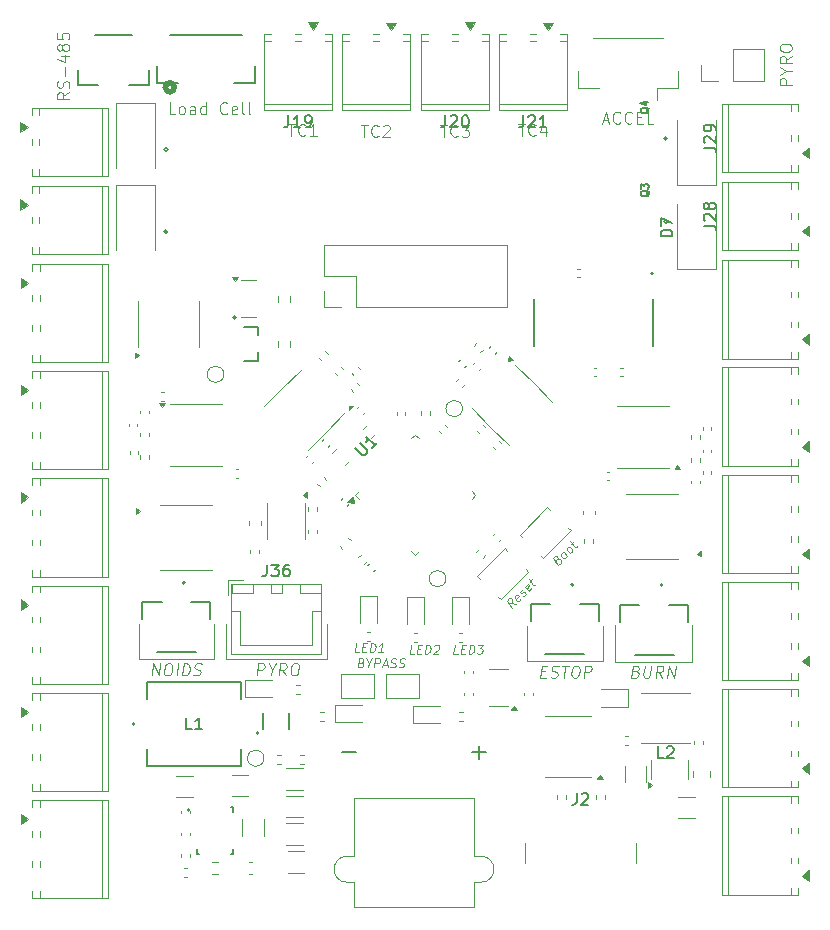
<source format=gbr>
%TF.GenerationSoftware,KiCad,Pcbnew,9.0.4*%
%TF.CreationDate,2025-10-16T14:13:28-04:00*%
%TF.ProjectId,Alpha_Breakout,416c7068-615f-4427-9265-616b6f75742e,rev?*%
%TF.SameCoordinates,Original*%
%TF.FileFunction,Legend,Top*%
%TF.FilePolarity,Positive*%
%FSLAX46Y46*%
G04 Gerber Fmt 4.6, Leading zero omitted, Abs format (unit mm)*
G04 Created by KiCad (PCBNEW 9.0.4) date 2025-10-16 14:13:28*
%MOMM*%
%LPD*%
G01*
G04 APERTURE LIST*
%ADD10C,0.100000*%
%ADD11C,0.150000*%
%ADD12C,0.120000*%
%ADD13C,0.127000*%
%ADD14C,0.200000*%
%ADD15C,0.152400*%
%ADD16C,0.508000*%
%ADD17C,0.203200*%
G04 APERTURE END LIST*
D10*
X171850000Y-115850000D02*
X171850000Y-112750000D01*
X131400000Y-115600000D02*
X131400000Y-112600000D01*
X164300000Y-115800000D02*
X164300000Y-112800000D01*
X125000000Y-112600000D02*
X125000000Y-115600000D01*
X125000000Y-115600000D02*
X131400000Y-115600000D01*
X157900000Y-115800000D02*
X164300000Y-115800000D01*
X132400000Y-115600000D02*
X140900000Y-115600000D01*
X140900000Y-112600000D02*
X140900000Y-115600000D01*
X157900000Y-112800000D02*
X157900000Y-115800000D01*
X165350000Y-112750000D02*
X165350000Y-115850000D01*
X132400000Y-112600000D02*
X132400000Y-115600000D01*
X165350000Y-115850000D02*
X171850000Y-115850000D01*
X157121027Y-70302420D02*
X157692455Y-70302420D01*
X157406741Y-71302420D02*
X157406741Y-70302420D01*
X158597217Y-71207181D02*
X158549598Y-71254801D01*
X158549598Y-71254801D02*
X158406741Y-71302420D01*
X158406741Y-71302420D02*
X158311503Y-71302420D01*
X158311503Y-71302420D02*
X158168646Y-71254801D01*
X158168646Y-71254801D02*
X158073408Y-71159562D01*
X158073408Y-71159562D02*
X158025789Y-71064324D01*
X158025789Y-71064324D02*
X157978170Y-70873848D01*
X157978170Y-70873848D02*
X157978170Y-70730991D01*
X157978170Y-70730991D02*
X158025789Y-70540515D01*
X158025789Y-70540515D02*
X158073408Y-70445277D01*
X158073408Y-70445277D02*
X158168646Y-70350039D01*
X158168646Y-70350039D02*
X158311503Y-70302420D01*
X158311503Y-70302420D02*
X158406741Y-70302420D01*
X158406741Y-70302420D02*
X158549598Y-70350039D01*
X158549598Y-70350039D02*
X158597217Y-70397658D01*
X159454360Y-70635753D02*
X159454360Y-71302420D01*
X159216265Y-70254801D02*
X158978170Y-70969086D01*
X158978170Y-70969086D02*
X159597217Y-70969086D01*
X150521027Y-70402420D02*
X151092455Y-70402420D01*
X150806741Y-71402420D02*
X150806741Y-70402420D01*
X151997217Y-71307181D02*
X151949598Y-71354801D01*
X151949598Y-71354801D02*
X151806741Y-71402420D01*
X151806741Y-71402420D02*
X151711503Y-71402420D01*
X151711503Y-71402420D02*
X151568646Y-71354801D01*
X151568646Y-71354801D02*
X151473408Y-71259562D01*
X151473408Y-71259562D02*
X151425789Y-71164324D01*
X151425789Y-71164324D02*
X151378170Y-70973848D01*
X151378170Y-70973848D02*
X151378170Y-70830991D01*
X151378170Y-70830991D02*
X151425789Y-70640515D01*
X151425789Y-70640515D02*
X151473408Y-70545277D01*
X151473408Y-70545277D02*
X151568646Y-70450039D01*
X151568646Y-70450039D02*
X151711503Y-70402420D01*
X151711503Y-70402420D02*
X151806741Y-70402420D01*
X151806741Y-70402420D02*
X151949598Y-70450039D01*
X151949598Y-70450039D02*
X151997217Y-70497658D01*
X152330551Y-70402420D02*
X152949598Y-70402420D01*
X152949598Y-70402420D02*
X152616265Y-70783372D01*
X152616265Y-70783372D02*
X152759122Y-70783372D01*
X152759122Y-70783372D02*
X152854360Y-70830991D01*
X152854360Y-70830991D02*
X152901979Y-70878610D01*
X152901979Y-70878610D02*
X152949598Y-70973848D01*
X152949598Y-70973848D02*
X152949598Y-71211943D01*
X152949598Y-71211943D02*
X152901979Y-71307181D01*
X152901979Y-71307181D02*
X152854360Y-71354801D01*
X152854360Y-71354801D02*
X152759122Y-71402420D01*
X152759122Y-71402420D02*
X152473408Y-71402420D01*
X152473408Y-71402420D02*
X152378170Y-71354801D01*
X152378170Y-71354801D02*
X152330551Y-71307181D01*
X134997931Y-116972419D02*
X135122931Y-115972419D01*
X135122931Y-115972419D02*
X135503884Y-115972419D01*
X135503884Y-115972419D02*
X135593169Y-116020038D01*
X135593169Y-116020038D02*
X135634836Y-116067657D01*
X135634836Y-116067657D02*
X135670550Y-116162895D01*
X135670550Y-116162895D02*
X135652693Y-116305752D01*
X135652693Y-116305752D02*
X135593169Y-116400990D01*
X135593169Y-116400990D02*
X135539598Y-116448609D01*
X135539598Y-116448609D02*
X135438408Y-116496228D01*
X135438408Y-116496228D02*
X135057455Y-116496228D01*
X136247931Y-116496228D02*
X136188408Y-116972419D01*
X135980074Y-115972419D02*
X136247931Y-116496228D01*
X136247931Y-116496228D02*
X136646741Y-115972419D01*
X137426503Y-116972419D02*
X137152693Y-116496228D01*
X136855074Y-116972419D02*
X136980074Y-115972419D01*
X136980074Y-115972419D02*
X137361027Y-115972419D01*
X137361027Y-115972419D02*
X137450312Y-116020038D01*
X137450312Y-116020038D02*
X137491979Y-116067657D01*
X137491979Y-116067657D02*
X137527693Y-116162895D01*
X137527693Y-116162895D02*
X137509836Y-116305752D01*
X137509836Y-116305752D02*
X137450312Y-116400990D01*
X137450312Y-116400990D02*
X137396741Y-116448609D01*
X137396741Y-116448609D02*
X137295551Y-116496228D01*
X137295551Y-116496228D02*
X136914598Y-116496228D01*
X138170551Y-115972419D02*
X138361027Y-115972419D01*
X138361027Y-115972419D02*
X138450312Y-116020038D01*
X138450312Y-116020038D02*
X138533646Y-116115276D01*
X138533646Y-116115276D02*
X138557455Y-116305752D01*
X138557455Y-116305752D02*
X138515789Y-116639085D01*
X138515789Y-116639085D02*
X138444360Y-116829561D01*
X138444360Y-116829561D02*
X138337217Y-116924800D01*
X138337217Y-116924800D02*
X138236027Y-116972419D01*
X138236027Y-116972419D02*
X138045551Y-116972419D01*
X138045551Y-116972419D02*
X137956265Y-116924800D01*
X137956265Y-116924800D02*
X137872932Y-116829561D01*
X137872932Y-116829561D02*
X137849122Y-116639085D01*
X137849122Y-116639085D02*
X137890789Y-116305752D01*
X137890789Y-116305752D02*
X137962217Y-116115276D01*
X137962217Y-116115276D02*
X138069360Y-116020038D01*
X138069360Y-116020038D02*
X138170551Y-115972419D01*
X148297039Y-115153014D02*
X147939896Y-115153014D01*
X147939896Y-115153014D02*
X148033646Y-114403014D01*
X148596146Y-114760157D02*
X148846146Y-114760157D01*
X148904182Y-115153014D02*
X148547039Y-115153014D01*
X148547039Y-115153014D02*
X148640789Y-114403014D01*
X148640789Y-114403014D02*
X148997932Y-114403014D01*
X149225610Y-115153014D02*
X149319360Y-114403014D01*
X149319360Y-114403014D02*
X149497931Y-114403014D01*
X149497931Y-114403014D02*
X149600610Y-114438728D01*
X149600610Y-114438728D02*
X149663110Y-114510157D01*
X149663110Y-114510157D02*
X149689895Y-114581585D01*
X149689895Y-114581585D02*
X149707753Y-114724442D01*
X149707753Y-114724442D02*
X149694360Y-114831585D01*
X149694360Y-114831585D02*
X149640788Y-114974442D01*
X149640788Y-114974442D02*
X149596145Y-115045871D01*
X149596145Y-115045871D02*
X149515788Y-115117300D01*
X149515788Y-115117300D02*
X149404181Y-115153014D01*
X149404181Y-115153014D02*
X149225610Y-115153014D01*
X150024717Y-114474442D02*
X150064895Y-114438728D01*
X150064895Y-114438728D02*
X150140788Y-114403014D01*
X150140788Y-114403014D02*
X150319360Y-114403014D01*
X150319360Y-114403014D02*
X150386324Y-114438728D01*
X150386324Y-114438728D02*
X150417574Y-114474442D01*
X150417574Y-114474442D02*
X150444360Y-114545871D01*
X150444360Y-114545871D02*
X150435431Y-114617300D01*
X150435431Y-114617300D02*
X150386324Y-114724442D01*
X150386324Y-114724442D02*
X149904181Y-115153014D01*
X149904181Y-115153014D02*
X150368467Y-115153014D01*
X156904098Y-110958742D02*
X156506351Y-110851414D01*
X156601052Y-111261788D02*
X156137014Y-110665167D01*
X156137014Y-110665167D02*
X156339044Y-110463136D01*
X156339044Y-110463136D02*
X156411649Y-110441039D01*
X156411649Y-110441039D02*
X156459000Y-110444196D01*
X156459000Y-110444196D02*
X156528448Y-110475763D01*
X156528448Y-110475763D02*
X156594739Y-110560995D01*
X156594739Y-110560995D02*
X156613679Y-110643070D01*
X156613679Y-110643070D02*
X156610523Y-110696734D01*
X156610523Y-110696734D02*
X156582112Y-110775652D01*
X156582112Y-110775652D02*
X156380082Y-110977683D01*
X157311316Y-110501017D02*
X157282905Y-110579935D01*
X157282905Y-110579935D02*
X157181890Y-110680950D01*
X157181890Y-110680950D02*
X157109285Y-110703047D01*
X157109285Y-110703047D02*
X157039837Y-110671480D01*
X157039837Y-110671480D02*
X156863061Y-110444196D01*
X156863061Y-110444196D02*
X156844120Y-110362121D01*
X156844120Y-110362121D02*
X156872531Y-110283203D01*
X156872531Y-110283203D02*
X156973546Y-110182188D01*
X156973546Y-110182188D02*
X157046151Y-110160090D01*
X157046151Y-110160090D02*
X157115599Y-110191658D01*
X157115599Y-110191658D02*
X157159793Y-110248479D01*
X157159793Y-110248479D02*
X156951449Y-110557838D01*
X157538600Y-110273733D02*
X157611205Y-110251636D01*
X157611205Y-110251636D02*
X157712220Y-110150620D01*
X157712220Y-110150620D02*
X157740631Y-110071702D01*
X157740631Y-110071702D02*
X157721690Y-109989627D01*
X157721690Y-109989627D02*
X157699593Y-109961217D01*
X157699593Y-109961217D02*
X157630145Y-109929649D01*
X157630145Y-109929649D02*
X157557541Y-109951747D01*
X157557541Y-109951747D02*
X157481779Y-110027508D01*
X157481779Y-110027508D02*
X157409174Y-110049605D01*
X157409174Y-110049605D02*
X157339726Y-110018038D01*
X157339726Y-110018038D02*
X157317629Y-109989627D01*
X157317629Y-109989627D02*
X157298689Y-109907552D01*
X157298689Y-109907552D02*
X157327099Y-109828634D01*
X157327099Y-109828634D02*
X157402861Y-109752873D01*
X157402861Y-109752873D02*
X157475466Y-109730776D01*
X158195199Y-109617133D02*
X158166789Y-109696052D01*
X158166789Y-109696052D02*
X158065774Y-109797067D01*
X158065774Y-109797067D02*
X157993169Y-109819164D01*
X157993169Y-109819164D02*
X157923721Y-109787597D01*
X157923721Y-109787597D02*
X157746944Y-109560312D01*
X157746944Y-109560312D02*
X157728004Y-109478237D01*
X157728004Y-109478237D02*
X157756414Y-109399319D01*
X157756414Y-109399319D02*
X157857430Y-109298304D01*
X157857430Y-109298304D02*
X157930034Y-109276207D01*
X157930034Y-109276207D02*
X157999482Y-109307774D01*
X157999482Y-109307774D02*
X158043677Y-109364595D01*
X158043677Y-109364595D02*
X157835333Y-109673955D01*
X158084714Y-109071020D02*
X158286744Y-108868989D01*
X158005796Y-108796385D02*
X158403543Y-109307774D01*
X158403543Y-109307774D02*
X158472991Y-109339342D01*
X158472991Y-109339342D02*
X158545596Y-109317245D01*
X158545596Y-109317245D02*
X158596104Y-109266737D01*
X128102574Y-69472419D02*
X127626384Y-69472419D01*
X127626384Y-69472419D02*
X127626384Y-68472419D01*
X128578765Y-69472419D02*
X128483527Y-69424800D01*
X128483527Y-69424800D02*
X128435908Y-69377180D01*
X128435908Y-69377180D02*
X128388289Y-69281942D01*
X128388289Y-69281942D02*
X128388289Y-68996228D01*
X128388289Y-68996228D02*
X128435908Y-68900990D01*
X128435908Y-68900990D02*
X128483527Y-68853371D01*
X128483527Y-68853371D02*
X128578765Y-68805752D01*
X128578765Y-68805752D02*
X128721622Y-68805752D01*
X128721622Y-68805752D02*
X128816860Y-68853371D01*
X128816860Y-68853371D02*
X128864479Y-68900990D01*
X128864479Y-68900990D02*
X128912098Y-68996228D01*
X128912098Y-68996228D02*
X128912098Y-69281942D01*
X128912098Y-69281942D02*
X128864479Y-69377180D01*
X128864479Y-69377180D02*
X128816860Y-69424800D01*
X128816860Y-69424800D02*
X128721622Y-69472419D01*
X128721622Y-69472419D02*
X128578765Y-69472419D01*
X129769241Y-69472419D02*
X129769241Y-68948609D01*
X129769241Y-68948609D02*
X129721622Y-68853371D01*
X129721622Y-68853371D02*
X129626384Y-68805752D01*
X129626384Y-68805752D02*
X129435908Y-68805752D01*
X129435908Y-68805752D02*
X129340670Y-68853371D01*
X129769241Y-69424800D02*
X129674003Y-69472419D01*
X129674003Y-69472419D02*
X129435908Y-69472419D01*
X129435908Y-69472419D02*
X129340670Y-69424800D01*
X129340670Y-69424800D02*
X129293051Y-69329561D01*
X129293051Y-69329561D02*
X129293051Y-69234323D01*
X129293051Y-69234323D02*
X129340670Y-69139085D01*
X129340670Y-69139085D02*
X129435908Y-69091466D01*
X129435908Y-69091466D02*
X129674003Y-69091466D01*
X129674003Y-69091466D02*
X129769241Y-69043847D01*
X130674003Y-69472419D02*
X130674003Y-68472419D01*
X130674003Y-69424800D02*
X130578765Y-69472419D01*
X130578765Y-69472419D02*
X130388289Y-69472419D01*
X130388289Y-69472419D02*
X130293051Y-69424800D01*
X130293051Y-69424800D02*
X130245432Y-69377180D01*
X130245432Y-69377180D02*
X130197813Y-69281942D01*
X130197813Y-69281942D02*
X130197813Y-68996228D01*
X130197813Y-68996228D02*
X130245432Y-68900990D01*
X130245432Y-68900990D02*
X130293051Y-68853371D01*
X130293051Y-68853371D02*
X130388289Y-68805752D01*
X130388289Y-68805752D02*
X130578765Y-68805752D01*
X130578765Y-68805752D02*
X130674003Y-68853371D01*
X132483527Y-69377180D02*
X132435908Y-69424800D01*
X132435908Y-69424800D02*
X132293051Y-69472419D01*
X132293051Y-69472419D02*
X132197813Y-69472419D01*
X132197813Y-69472419D02*
X132054956Y-69424800D01*
X132054956Y-69424800D02*
X131959718Y-69329561D01*
X131959718Y-69329561D02*
X131912099Y-69234323D01*
X131912099Y-69234323D02*
X131864480Y-69043847D01*
X131864480Y-69043847D02*
X131864480Y-68900990D01*
X131864480Y-68900990D02*
X131912099Y-68710514D01*
X131912099Y-68710514D02*
X131959718Y-68615276D01*
X131959718Y-68615276D02*
X132054956Y-68520038D01*
X132054956Y-68520038D02*
X132197813Y-68472419D01*
X132197813Y-68472419D02*
X132293051Y-68472419D01*
X132293051Y-68472419D02*
X132435908Y-68520038D01*
X132435908Y-68520038D02*
X132483527Y-68567657D01*
X133293051Y-69424800D02*
X133197813Y-69472419D01*
X133197813Y-69472419D02*
X133007337Y-69472419D01*
X133007337Y-69472419D02*
X132912099Y-69424800D01*
X132912099Y-69424800D02*
X132864480Y-69329561D01*
X132864480Y-69329561D02*
X132864480Y-68948609D01*
X132864480Y-68948609D02*
X132912099Y-68853371D01*
X132912099Y-68853371D02*
X133007337Y-68805752D01*
X133007337Y-68805752D02*
X133197813Y-68805752D01*
X133197813Y-68805752D02*
X133293051Y-68853371D01*
X133293051Y-68853371D02*
X133340670Y-68948609D01*
X133340670Y-68948609D02*
X133340670Y-69043847D01*
X133340670Y-69043847D02*
X132864480Y-69139085D01*
X133912099Y-69472419D02*
X133816861Y-69424800D01*
X133816861Y-69424800D02*
X133769242Y-69329561D01*
X133769242Y-69329561D02*
X133769242Y-68472419D01*
X134435909Y-69472419D02*
X134340671Y-69424800D01*
X134340671Y-69424800D02*
X134293052Y-69329561D01*
X134293052Y-69329561D02*
X134293052Y-68472419D01*
X164278765Y-69986704D02*
X164754955Y-69986704D01*
X164183527Y-70272419D02*
X164516860Y-69272419D01*
X164516860Y-69272419D02*
X164850193Y-70272419D01*
X165754955Y-70177180D02*
X165707336Y-70224800D01*
X165707336Y-70224800D02*
X165564479Y-70272419D01*
X165564479Y-70272419D02*
X165469241Y-70272419D01*
X165469241Y-70272419D02*
X165326384Y-70224800D01*
X165326384Y-70224800D02*
X165231146Y-70129561D01*
X165231146Y-70129561D02*
X165183527Y-70034323D01*
X165183527Y-70034323D02*
X165135908Y-69843847D01*
X165135908Y-69843847D02*
X165135908Y-69700990D01*
X165135908Y-69700990D02*
X165183527Y-69510514D01*
X165183527Y-69510514D02*
X165231146Y-69415276D01*
X165231146Y-69415276D02*
X165326384Y-69320038D01*
X165326384Y-69320038D02*
X165469241Y-69272419D01*
X165469241Y-69272419D02*
X165564479Y-69272419D01*
X165564479Y-69272419D02*
X165707336Y-69320038D01*
X165707336Y-69320038D02*
X165754955Y-69367657D01*
X166754955Y-70177180D02*
X166707336Y-70224800D01*
X166707336Y-70224800D02*
X166564479Y-70272419D01*
X166564479Y-70272419D02*
X166469241Y-70272419D01*
X166469241Y-70272419D02*
X166326384Y-70224800D01*
X166326384Y-70224800D02*
X166231146Y-70129561D01*
X166231146Y-70129561D02*
X166183527Y-70034323D01*
X166183527Y-70034323D02*
X166135908Y-69843847D01*
X166135908Y-69843847D02*
X166135908Y-69700990D01*
X166135908Y-69700990D02*
X166183527Y-69510514D01*
X166183527Y-69510514D02*
X166231146Y-69415276D01*
X166231146Y-69415276D02*
X166326384Y-69320038D01*
X166326384Y-69320038D02*
X166469241Y-69272419D01*
X166469241Y-69272419D02*
X166564479Y-69272419D01*
X166564479Y-69272419D02*
X166707336Y-69320038D01*
X166707336Y-69320038D02*
X166754955Y-69367657D01*
X167183527Y-69748609D02*
X167516860Y-69748609D01*
X167659717Y-70272419D02*
X167183527Y-70272419D01*
X167183527Y-70272419D02*
X167183527Y-69272419D01*
X167183527Y-69272419D02*
X167659717Y-69272419D01*
X168564479Y-70272419D02*
X168088289Y-70272419D01*
X168088289Y-70272419D02*
X168088289Y-69272419D01*
X159063408Y-116648609D02*
X159396741Y-116648609D01*
X159474122Y-117172419D02*
X158997931Y-117172419D01*
X158997931Y-117172419D02*
X159122931Y-116172419D01*
X159122931Y-116172419D02*
X159599122Y-116172419D01*
X159861027Y-117124800D02*
X159997931Y-117172419D01*
X159997931Y-117172419D02*
X160236027Y-117172419D01*
X160236027Y-117172419D02*
X160337217Y-117124800D01*
X160337217Y-117124800D02*
X160390789Y-117077180D01*
X160390789Y-117077180D02*
X160450312Y-116981942D01*
X160450312Y-116981942D02*
X160462217Y-116886704D01*
X160462217Y-116886704D02*
X160426503Y-116791466D01*
X160426503Y-116791466D02*
X160384836Y-116743847D01*
X160384836Y-116743847D02*
X160295551Y-116696228D01*
X160295551Y-116696228D02*
X160111027Y-116648609D01*
X160111027Y-116648609D02*
X160021741Y-116600990D01*
X160021741Y-116600990D02*
X159980074Y-116553371D01*
X159980074Y-116553371D02*
X159944360Y-116458133D01*
X159944360Y-116458133D02*
X159956265Y-116362895D01*
X159956265Y-116362895D02*
X160015789Y-116267657D01*
X160015789Y-116267657D02*
X160069360Y-116220038D01*
X160069360Y-116220038D02*
X160170551Y-116172419D01*
X160170551Y-116172419D02*
X160408646Y-116172419D01*
X160408646Y-116172419D02*
X160545551Y-116220038D01*
X160837217Y-116172419D02*
X161408646Y-116172419D01*
X160997932Y-117172419D02*
X161122932Y-116172419D01*
X161932456Y-116172419D02*
X162122932Y-116172419D01*
X162122932Y-116172419D02*
X162212217Y-116220038D01*
X162212217Y-116220038D02*
X162295551Y-116315276D01*
X162295551Y-116315276D02*
X162319360Y-116505752D01*
X162319360Y-116505752D02*
X162277694Y-116839085D01*
X162277694Y-116839085D02*
X162206265Y-117029561D01*
X162206265Y-117029561D02*
X162099122Y-117124800D01*
X162099122Y-117124800D02*
X161997932Y-117172419D01*
X161997932Y-117172419D02*
X161807456Y-117172419D01*
X161807456Y-117172419D02*
X161718170Y-117124800D01*
X161718170Y-117124800D02*
X161634837Y-117029561D01*
X161634837Y-117029561D02*
X161611027Y-116839085D01*
X161611027Y-116839085D02*
X161652694Y-116505752D01*
X161652694Y-116505752D02*
X161724122Y-116315276D01*
X161724122Y-116315276D02*
X161831265Y-116220038D01*
X161831265Y-116220038D02*
X161932456Y-116172419D01*
X162664598Y-117172419D02*
X162789598Y-116172419D01*
X162789598Y-116172419D02*
X163170551Y-116172419D01*
X163170551Y-116172419D02*
X163259836Y-116220038D01*
X163259836Y-116220038D02*
X163301503Y-116267657D01*
X163301503Y-116267657D02*
X163337217Y-116362895D01*
X163337217Y-116362895D02*
X163319360Y-116505752D01*
X163319360Y-116505752D02*
X163259836Y-116600990D01*
X163259836Y-116600990D02*
X163206265Y-116648609D01*
X163206265Y-116648609D02*
X163105075Y-116696228D01*
X163105075Y-116696228D02*
X162724122Y-116696228D01*
X143839003Y-115910157D02*
X143941681Y-115945871D01*
X143941681Y-115945871D02*
X143972931Y-115981585D01*
X143972931Y-115981585D02*
X143999717Y-116053014D01*
X143999717Y-116053014D02*
X143986324Y-116160157D01*
X143986324Y-116160157D02*
X143941681Y-116231585D01*
X143941681Y-116231585D02*
X143901503Y-116267300D01*
X143901503Y-116267300D02*
X143825610Y-116303014D01*
X143825610Y-116303014D02*
X143539896Y-116303014D01*
X143539896Y-116303014D02*
X143633646Y-115553014D01*
X143633646Y-115553014D02*
X143883646Y-115553014D01*
X143883646Y-115553014D02*
X143950610Y-115588728D01*
X143950610Y-115588728D02*
X143981860Y-115624442D01*
X143981860Y-115624442D02*
X144008646Y-115695871D01*
X144008646Y-115695871D02*
X143999717Y-115767300D01*
X143999717Y-115767300D02*
X143955074Y-115838728D01*
X143955074Y-115838728D02*
X143914896Y-115874442D01*
X143914896Y-115874442D02*
X143839003Y-115910157D01*
X143839003Y-115910157D02*
X143589003Y-115910157D01*
X144477396Y-115945871D02*
X144432753Y-116303014D01*
X144276503Y-115553014D02*
X144477396Y-115945871D01*
X144477396Y-115945871D02*
X144776503Y-115553014D01*
X144932753Y-116303014D02*
X145026503Y-115553014D01*
X145026503Y-115553014D02*
X145312217Y-115553014D01*
X145312217Y-115553014D02*
X145379181Y-115588728D01*
X145379181Y-115588728D02*
X145410431Y-115624442D01*
X145410431Y-115624442D02*
X145437217Y-115695871D01*
X145437217Y-115695871D02*
X145423824Y-115803014D01*
X145423824Y-115803014D02*
X145379181Y-115874442D01*
X145379181Y-115874442D02*
X145339003Y-115910157D01*
X145339003Y-115910157D02*
X145263110Y-115945871D01*
X145263110Y-115945871D02*
X144977396Y-115945871D01*
X145673824Y-116088728D02*
X146030967Y-116088728D01*
X145575610Y-116303014D02*
X145919360Y-115553014D01*
X145919360Y-115553014D02*
X146075610Y-116303014D01*
X146294360Y-116267300D02*
X146397038Y-116303014D01*
X146397038Y-116303014D02*
X146575610Y-116303014D01*
X146575610Y-116303014D02*
X146651503Y-116267300D01*
X146651503Y-116267300D02*
X146691681Y-116231585D01*
X146691681Y-116231585D02*
X146736324Y-116160157D01*
X146736324Y-116160157D02*
X146745253Y-116088728D01*
X146745253Y-116088728D02*
X146718467Y-116017300D01*
X146718467Y-116017300D02*
X146687217Y-115981585D01*
X146687217Y-115981585D02*
X146620253Y-115945871D01*
X146620253Y-115945871D02*
X146481860Y-115910157D01*
X146481860Y-115910157D02*
X146414895Y-115874442D01*
X146414895Y-115874442D02*
X146383645Y-115838728D01*
X146383645Y-115838728D02*
X146356860Y-115767300D01*
X146356860Y-115767300D02*
X146365788Y-115695871D01*
X146365788Y-115695871D02*
X146410431Y-115624442D01*
X146410431Y-115624442D02*
X146450610Y-115588728D01*
X146450610Y-115588728D02*
X146526503Y-115553014D01*
X146526503Y-115553014D02*
X146705074Y-115553014D01*
X146705074Y-115553014D02*
X146807753Y-115588728D01*
X147008646Y-116267300D02*
X147111324Y-116303014D01*
X147111324Y-116303014D02*
X147289896Y-116303014D01*
X147289896Y-116303014D02*
X147365789Y-116267300D01*
X147365789Y-116267300D02*
X147405967Y-116231585D01*
X147405967Y-116231585D02*
X147450610Y-116160157D01*
X147450610Y-116160157D02*
X147459539Y-116088728D01*
X147459539Y-116088728D02*
X147432753Y-116017300D01*
X147432753Y-116017300D02*
X147401503Y-115981585D01*
X147401503Y-115981585D02*
X147334539Y-115945871D01*
X147334539Y-115945871D02*
X147196146Y-115910157D01*
X147196146Y-115910157D02*
X147129181Y-115874442D01*
X147129181Y-115874442D02*
X147097931Y-115838728D01*
X147097931Y-115838728D02*
X147071146Y-115767300D01*
X147071146Y-115767300D02*
X147080074Y-115695871D01*
X147080074Y-115695871D02*
X147124717Y-115624442D01*
X147124717Y-115624442D02*
X147164896Y-115588728D01*
X147164896Y-115588728D02*
X147240789Y-115553014D01*
X147240789Y-115553014D02*
X147419360Y-115553014D01*
X147419360Y-115553014D02*
X147522039Y-115588728D01*
X143821027Y-70402420D02*
X144392455Y-70402420D01*
X144106741Y-71402420D02*
X144106741Y-70402420D01*
X145297217Y-71307181D02*
X145249598Y-71354801D01*
X145249598Y-71354801D02*
X145106741Y-71402420D01*
X145106741Y-71402420D02*
X145011503Y-71402420D01*
X145011503Y-71402420D02*
X144868646Y-71354801D01*
X144868646Y-71354801D02*
X144773408Y-71259562D01*
X144773408Y-71259562D02*
X144725789Y-71164324D01*
X144725789Y-71164324D02*
X144678170Y-70973848D01*
X144678170Y-70973848D02*
X144678170Y-70830991D01*
X144678170Y-70830991D02*
X144725789Y-70640515D01*
X144725789Y-70640515D02*
X144773408Y-70545277D01*
X144773408Y-70545277D02*
X144868646Y-70450039D01*
X144868646Y-70450039D02*
X145011503Y-70402420D01*
X145011503Y-70402420D02*
X145106741Y-70402420D01*
X145106741Y-70402420D02*
X145249598Y-70450039D01*
X145249598Y-70450039D02*
X145297217Y-70497658D01*
X145678170Y-70497658D02*
X145725789Y-70450039D01*
X145725789Y-70450039D02*
X145821027Y-70402420D01*
X145821027Y-70402420D02*
X146059122Y-70402420D01*
X146059122Y-70402420D02*
X146154360Y-70450039D01*
X146154360Y-70450039D02*
X146201979Y-70497658D01*
X146201979Y-70497658D02*
X146249598Y-70592896D01*
X146249598Y-70592896D02*
X146249598Y-70688134D01*
X146249598Y-70688134D02*
X146201979Y-70830991D01*
X146201979Y-70830991D02*
X145630551Y-71402420D01*
X145630551Y-71402420D02*
X146249598Y-71402420D01*
X151997039Y-115153014D02*
X151639896Y-115153014D01*
X151639896Y-115153014D02*
X151733646Y-114403014D01*
X152296146Y-114760157D02*
X152546146Y-114760157D01*
X152604182Y-115153014D02*
X152247039Y-115153014D01*
X152247039Y-115153014D02*
X152340789Y-114403014D01*
X152340789Y-114403014D02*
X152697932Y-114403014D01*
X152925610Y-115153014D02*
X153019360Y-114403014D01*
X153019360Y-114403014D02*
X153197931Y-114403014D01*
X153197931Y-114403014D02*
X153300610Y-114438728D01*
X153300610Y-114438728D02*
X153363110Y-114510157D01*
X153363110Y-114510157D02*
X153389895Y-114581585D01*
X153389895Y-114581585D02*
X153407753Y-114724442D01*
X153407753Y-114724442D02*
X153394360Y-114831585D01*
X153394360Y-114831585D02*
X153340788Y-114974442D01*
X153340788Y-114974442D02*
X153296145Y-115045871D01*
X153296145Y-115045871D02*
X153215788Y-115117300D01*
X153215788Y-115117300D02*
X153104181Y-115153014D01*
X153104181Y-115153014D02*
X152925610Y-115153014D01*
X153697931Y-114403014D02*
X154162217Y-114403014D01*
X154162217Y-114403014D02*
X153876503Y-114688728D01*
X153876503Y-114688728D02*
X153983645Y-114688728D01*
X153983645Y-114688728D02*
X154050610Y-114724442D01*
X154050610Y-114724442D02*
X154081860Y-114760157D01*
X154081860Y-114760157D02*
X154108645Y-114831585D01*
X154108645Y-114831585D02*
X154086324Y-115010157D01*
X154086324Y-115010157D02*
X154041681Y-115081585D01*
X154041681Y-115081585D02*
X154001503Y-115117300D01*
X154001503Y-115117300D02*
X153925610Y-115153014D01*
X153925610Y-115153014D02*
X153711324Y-115153014D01*
X153711324Y-115153014D02*
X153644360Y-115117300D01*
X153644360Y-115117300D02*
X153613110Y-115081585D01*
X180272419Y-66996115D02*
X179272419Y-66996115D01*
X179272419Y-66996115D02*
X179272419Y-66615163D01*
X179272419Y-66615163D02*
X179320038Y-66519925D01*
X179320038Y-66519925D02*
X179367657Y-66472306D01*
X179367657Y-66472306D02*
X179462895Y-66424687D01*
X179462895Y-66424687D02*
X179605752Y-66424687D01*
X179605752Y-66424687D02*
X179700990Y-66472306D01*
X179700990Y-66472306D02*
X179748609Y-66519925D01*
X179748609Y-66519925D02*
X179796228Y-66615163D01*
X179796228Y-66615163D02*
X179796228Y-66996115D01*
X179796228Y-65805639D02*
X180272419Y-65805639D01*
X179272419Y-66138972D02*
X179796228Y-65805639D01*
X179796228Y-65805639D02*
X179272419Y-65472306D01*
X180272419Y-64567544D02*
X179796228Y-64900877D01*
X180272419Y-65138972D02*
X179272419Y-65138972D01*
X179272419Y-65138972D02*
X179272419Y-64758020D01*
X179272419Y-64758020D02*
X179320038Y-64662782D01*
X179320038Y-64662782D02*
X179367657Y-64615163D01*
X179367657Y-64615163D02*
X179462895Y-64567544D01*
X179462895Y-64567544D02*
X179605752Y-64567544D01*
X179605752Y-64567544D02*
X179700990Y-64615163D01*
X179700990Y-64615163D02*
X179748609Y-64662782D01*
X179748609Y-64662782D02*
X179796228Y-64758020D01*
X179796228Y-64758020D02*
X179796228Y-65138972D01*
X179272419Y-63948496D02*
X179272419Y-63758020D01*
X179272419Y-63758020D02*
X179320038Y-63662782D01*
X179320038Y-63662782D02*
X179415276Y-63567544D01*
X179415276Y-63567544D02*
X179605752Y-63519925D01*
X179605752Y-63519925D02*
X179939085Y-63519925D01*
X179939085Y-63519925D02*
X180129561Y-63567544D01*
X180129561Y-63567544D02*
X180224800Y-63662782D01*
X180224800Y-63662782D02*
X180272419Y-63758020D01*
X180272419Y-63758020D02*
X180272419Y-63948496D01*
X180272419Y-63948496D02*
X180224800Y-64043734D01*
X180224800Y-64043734D02*
X180129561Y-64138972D01*
X180129561Y-64138972D02*
X179939085Y-64186591D01*
X179939085Y-64186591D02*
X179605752Y-64186591D01*
X179605752Y-64186591D02*
X179415276Y-64138972D01*
X179415276Y-64138972D02*
X179320038Y-64043734D01*
X179320038Y-64043734D02*
X179272419Y-63948496D01*
X143637039Y-115015513D02*
X143279896Y-115015513D01*
X143279896Y-115015513D02*
X143373646Y-114265513D01*
X143936146Y-114622656D02*
X144186146Y-114622656D01*
X144244182Y-115015513D02*
X143887039Y-115015513D01*
X143887039Y-115015513D02*
X143980789Y-114265513D01*
X143980789Y-114265513D02*
X144337932Y-114265513D01*
X144565610Y-115015513D02*
X144659360Y-114265513D01*
X144659360Y-114265513D02*
X144837931Y-114265513D01*
X144837931Y-114265513D02*
X144940610Y-114301227D01*
X144940610Y-114301227D02*
X145003110Y-114372656D01*
X145003110Y-114372656D02*
X145029895Y-114444084D01*
X145029895Y-114444084D02*
X145047753Y-114586941D01*
X145047753Y-114586941D02*
X145034360Y-114694084D01*
X145034360Y-114694084D02*
X144980788Y-114836941D01*
X144980788Y-114836941D02*
X144936145Y-114908370D01*
X144936145Y-114908370D02*
X144855788Y-114979799D01*
X144855788Y-114979799D02*
X144744181Y-115015513D01*
X144744181Y-115015513D02*
X144565610Y-115015513D01*
X145708467Y-115015513D02*
X145279895Y-115015513D01*
X145494181Y-115015513D02*
X145587931Y-114265513D01*
X145587931Y-114265513D02*
X145503110Y-114372656D01*
X145503110Y-114372656D02*
X145422753Y-114444084D01*
X145422753Y-114444084D02*
X145346860Y-114479799D01*
X126097931Y-116972419D02*
X126222931Y-115972419D01*
X126222931Y-115972419D02*
X126669360Y-116972419D01*
X126669360Y-116972419D02*
X126794360Y-115972419D01*
X127461027Y-115972419D02*
X127651503Y-115972419D01*
X127651503Y-115972419D02*
X127740788Y-116020038D01*
X127740788Y-116020038D02*
X127824122Y-116115276D01*
X127824122Y-116115276D02*
X127847931Y-116305752D01*
X127847931Y-116305752D02*
X127806265Y-116639085D01*
X127806265Y-116639085D02*
X127734836Y-116829561D01*
X127734836Y-116829561D02*
X127627693Y-116924800D01*
X127627693Y-116924800D02*
X127526503Y-116972419D01*
X127526503Y-116972419D02*
X127336027Y-116972419D01*
X127336027Y-116972419D02*
X127246741Y-116924800D01*
X127246741Y-116924800D02*
X127163408Y-116829561D01*
X127163408Y-116829561D02*
X127139598Y-116639085D01*
X127139598Y-116639085D02*
X127181265Y-116305752D01*
X127181265Y-116305752D02*
X127252693Y-116115276D01*
X127252693Y-116115276D02*
X127359836Y-116020038D01*
X127359836Y-116020038D02*
X127461027Y-115972419D01*
X128193169Y-116972419D02*
X128318169Y-115972419D01*
X128669359Y-116972419D02*
X128794359Y-115972419D01*
X128794359Y-115972419D02*
X129032455Y-115972419D01*
X129032455Y-115972419D02*
X129169359Y-116020038D01*
X129169359Y-116020038D02*
X129252693Y-116115276D01*
X129252693Y-116115276D02*
X129288407Y-116210514D01*
X129288407Y-116210514D02*
X129312217Y-116400990D01*
X129312217Y-116400990D02*
X129294359Y-116543847D01*
X129294359Y-116543847D02*
X129222931Y-116734323D01*
X129222931Y-116734323D02*
X129163407Y-116829561D01*
X129163407Y-116829561D02*
X129056264Y-116924800D01*
X129056264Y-116924800D02*
X128907455Y-116972419D01*
X128907455Y-116972419D02*
X128669359Y-116972419D01*
X129627693Y-116924800D02*
X129764597Y-116972419D01*
X129764597Y-116972419D02*
X130002693Y-116972419D01*
X130002693Y-116972419D02*
X130103883Y-116924800D01*
X130103883Y-116924800D02*
X130157455Y-116877180D01*
X130157455Y-116877180D02*
X130216978Y-116781942D01*
X130216978Y-116781942D02*
X130228883Y-116686704D01*
X130228883Y-116686704D02*
X130193169Y-116591466D01*
X130193169Y-116591466D02*
X130151502Y-116543847D01*
X130151502Y-116543847D02*
X130062217Y-116496228D01*
X130062217Y-116496228D02*
X129877693Y-116448609D01*
X129877693Y-116448609D02*
X129788407Y-116400990D01*
X129788407Y-116400990D02*
X129746740Y-116353371D01*
X129746740Y-116353371D02*
X129711026Y-116258133D01*
X129711026Y-116258133D02*
X129722931Y-116162895D01*
X129722931Y-116162895D02*
X129782455Y-116067657D01*
X129782455Y-116067657D02*
X129836026Y-116020038D01*
X129836026Y-116020038D02*
X129937217Y-115972419D01*
X129937217Y-115972419D02*
X130175312Y-115972419D01*
X130175312Y-115972419D02*
X130312217Y-116020038D01*
X119094919Y-67624687D02*
X118618728Y-67958020D01*
X119094919Y-68196115D02*
X118094919Y-68196115D01*
X118094919Y-68196115D02*
X118094919Y-67815163D01*
X118094919Y-67815163D02*
X118142538Y-67719925D01*
X118142538Y-67719925D02*
X118190157Y-67672306D01*
X118190157Y-67672306D02*
X118285395Y-67624687D01*
X118285395Y-67624687D02*
X118428252Y-67624687D01*
X118428252Y-67624687D02*
X118523490Y-67672306D01*
X118523490Y-67672306D02*
X118571109Y-67719925D01*
X118571109Y-67719925D02*
X118618728Y-67815163D01*
X118618728Y-67815163D02*
X118618728Y-68196115D01*
X119047300Y-67243734D02*
X119094919Y-67100877D01*
X119094919Y-67100877D02*
X119094919Y-66862782D01*
X119094919Y-66862782D02*
X119047300Y-66767544D01*
X119047300Y-66767544D02*
X118999680Y-66719925D01*
X118999680Y-66719925D02*
X118904442Y-66672306D01*
X118904442Y-66672306D02*
X118809204Y-66672306D01*
X118809204Y-66672306D02*
X118713966Y-66719925D01*
X118713966Y-66719925D02*
X118666347Y-66767544D01*
X118666347Y-66767544D02*
X118618728Y-66862782D01*
X118618728Y-66862782D02*
X118571109Y-67053258D01*
X118571109Y-67053258D02*
X118523490Y-67148496D01*
X118523490Y-67148496D02*
X118475871Y-67196115D01*
X118475871Y-67196115D02*
X118380633Y-67243734D01*
X118380633Y-67243734D02*
X118285395Y-67243734D01*
X118285395Y-67243734D02*
X118190157Y-67196115D01*
X118190157Y-67196115D02*
X118142538Y-67148496D01*
X118142538Y-67148496D02*
X118094919Y-67053258D01*
X118094919Y-67053258D02*
X118094919Y-66815163D01*
X118094919Y-66815163D02*
X118142538Y-66672306D01*
X118713966Y-66243734D02*
X118713966Y-65481830D01*
X118428252Y-64577068D02*
X119094919Y-64577068D01*
X118047300Y-64815163D02*
X118761585Y-65053258D01*
X118761585Y-65053258D02*
X118761585Y-64434211D01*
X118523490Y-63910401D02*
X118475871Y-64005639D01*
X118475871Y-64005639D02*
X118428252Y-64053258D01*
X118428252Y-64053258D02*
X118333014Y-64100877D01*
X118333014Y-64100877D02*
X118285395Y-64100877D01*
X118285395Y-64100877D02*
X118190157Y-64053258D01*
X118190157Y-64053258D02*
X118142538Y-64005639D01*
X118142538Y-64005639D02*
X118094919Y-63910401D01*
X118094919Y-63910401D02*
X118094919Y-63719925D01*
X118094919Y-63719925D02*
X118142538Y-63624687D01*
X118142538Y-63624687D02*
X118190157Y-63577068D01*
X118190157Y-63577068D02*
X118285395Y-63529449D01*
X118285395Y-63529449D02*
X118333014Y-63529449D01*
X118333014Y-63529449D02*
X118428252Y-63577068D01*
X118428252Y-63577068D02*
X118475871Y-63624687D01*
X118475871Y-63624687D02*
X118523490Y-63719925D01*
X118523490Y-63719925D02*
X118523490Y-63910401D01*
X118523490Y-63910401D02*
X118571109Y-64005639D01*
X118571109Y-64005639D02*
X118618728Y-64053258D01*
X118618728Y-64053258D02*
X118713966Y-64100877D01*
X118713966Y-64100877D02*
X118904442Y-64100877D01*
X118904442Y-64100877D02*
X118999680Y-64053258D01*
X118999680Y-64053258D02*
X119047300Y-64005639D01*
X119047300Y-64005639D02*
X119094919Y-63910401D01*
X119094919Y-63910401D02*
X119094919Y-63719925D01*
X119094919Y-63719925D02*
X119047300Y-63624687D01*
X119047300Y-63624687D02*
X118999680Y-63577068D01*
X118999680Y-63577068D02*
X118904442Y-63529449D01*
X118904442Y-63529449D02*
X118713966Y-63529449D01*
X118713966Y-63529449D02*
X118618728Y-63577068D01*
X118618728Y-63577068D02*
X118571109Y-63624687D01*
X118571109Y-63624687D02*
X118523490Y-63719925D01*
X118094919Y-62624687D02*
X118094919Y-63100877D01*
X118094919Y-63100877D02*
X118571109Y-63148496D01*
X118571109Y-63148496D02*
X118523490Y-63100877D01*
X118523490Y-63100877D02*
X118475871Y-63005639D01*
X118475871Y-63005639D02*
X118475871Y-62767544D01*
X118475871Y-62767544D02*
X118523490Y-62672306D01*
X118523490Y-62672306D02*
X118571109Y-62624687D01*
X118571109Y-62624687D02*
X118666347Y-62577068D01*
X118666347Y-62577068D02*
X118904442Y-62577068D01*
X118904442Y-62577068D02*
X118999680Y-62624687D01*
X118999680Y-62624687D02*
X119047300Y-62672306D01*
X119047300Y-62672306D02*
X119094919Y-62767544D01*
X119094919Y-62767544D02*
X119094919Y-63005639D01*
X119094919Y-63005639D02*
X119047300Y-63100877D01*
X119047300Y-63100877D02*
X118999680Y-63148496D01*
X160434761Y-107172495D02*
X160532620Y-107125145D01*
X160532620Y-107125145D02*
X160579971Y-107128301D01*
X160579971Y-107128301D02*
X160649419Y-107159869D01*
X160649419Y-107159869D02*
X160715710Y-107245100D01*
X160715710Y-107245100D02*
X160734650Y-107327175D01*
X160734650Y-107327175D02*
X160731493Y-107380839D01*
X160731493Y-107380839D02*
X160703083Y-107459758D01*
X160703083Y-107459758D02*
X160501052Y-107661788D01*
X160501052Y-107661788D02*
X160037014Y-107065167D01*
X160037014Y-107065167D02*
X160213790Y-106888390D01*
X160213790Y-106888390D02*
X160286395Y-106866293D01*
X160286395Y-106866293D02*
X160333746Y-106869450D01*
X160333746Y-106869450D02*
X160403194Y-106901017D01*
X160403194Y-106901017D02*
X160447388Y-106957838D01*
X160447388Y-106957838D02*
X160466328Y-107039913D01*
X160466328Y-107039913D02*
X160463172Y-107093577D01*
X160463172Y-107093577D02*
X160434761Y-107172495D01*
X160434761Y-107172495D02*
X160257984Y-107349272D01*
X161107144Y-107055697D02*
X161034539Y-107077794D01*
X161034539Y-107077794D02*
X160987188Y-107074637D01*
X160987188Y-107074637D02*
X160917740Y-107043070D01*
X160917740Y-107043070D02*
X160785158Y-106872606D01*
X160785158Y-106872606D02*
X160766217Y-106790531D01*
X160766217Y-106790531D02*
X160769374Y-106736867D01*
X160769374Y-106736867D02*
X160797785Y-106657949D01*
X160797785Y-106657949D02*
X160873546Y-106582188D01*
X160873546Y-106582188D02*
X160946151Y-106560090D01*
X160946151Y-106560090D02*
X160993502Y-106563247D01*
X160993502Y-106563247D02*
X161062950Y-106594814D01*
X161062950Y-106594814D02*
X161195532Y-106765278D01*
X161195532Y-106765278D02*
X161214473Y-106847353D01*
X161214473Y-106847353D02*
X161211316Y-106901017D01*
X161211316Y-106901017D02*
X161182905Y-106979935D01*
X161182905Y-106979935D02*
X161107144Y-107055697D01*
X161586966Y-106575874D02*
X161514361Y-106597971D01*
X161514361Y-106597971D02*
X161467011Y-106594815D01*
X161467011Y-106594815D02*
X161397563Y-106563247D01*
X161397563Y-106563247D02*
X161264980Y-106392784D01*
X161264980Y-106392784D02*
X161246040Y-106310709D01*
X161246040Y-106310709D02*
X161249196Y-106257045D01*
X161249196Y-106257045D02*
X161277607Y-106178127D01*
X161277607Y-106178127D02*
X161353368Y-106102365D01*
X161353368Y-106102365D02*
X161425973Y-106080268D01*
X161425973Y-106080268D02*
X161473324Y-106083425D01*
X161473324Y-106083425D02*
X161542772Y-106114992D01*
X161542772Y-106114992D02*
X161675354Y-106285456D01*
X161675354Y-106285456D02*
X161694295Y-106367530D01*
X161694295Y-106367530D02*
X161691138Y-106421195D01*
X161691138Y-106421195D02*
X161662728Y-106500113D01*
X161662728Y-106500113D02*
X161586966Y-106575874D01*
X161605906Y-105849828D02*
X161807937Y-105647797D01*
X161526988Y-105575192D02*
X161924736Y-106086582D01*
X161924736Y-106086582D02*
X161994184Y-106118149D01*
X161994184Y-106118149D02*
X162066788Y-106096052D01*
X162066788Y-106096052D02*
X162117296Y-106045545D01*
X167096741Y-116648609D02*
X167233646Y-116696228D01*
X167233646Y-116696228D02*
X167275312Y-116743847D01*
X167275312Y-116743847D02*
X167311027Y-116839085D01*
X167311027Y-116839085D02*
X167293169Y-116981942D01*
X167293169Y-116981942D02*
X167233646Y-117077180D01*
X167233646Y-117077180D02*
X167180074Y-117124800D01*
X167180074Y-117124800D02*
X167078884Y-117172419D01*
X167078884Y-117172419D02*
X166697931Y-117172419D01*
X166697931Y-117172419D02*
X166822931Y-116172419D01*
X166822931Y-116172419D02*
X167156265Y-116172419D01*
X167156265Y-116172419D02*
X167245550Y-116220038D01*
X167245550Y-116220038D02*
X167287217Y-116267657D01*
X167287217Y-116267657D02*
X167322931Y-116362895D01*
X167322931Y-116362895D02*
X167311027Y-116458133D01*
X167311027Y-116458133D02*
X167251503Y-116553371D01*
X167251503Y-116553371D02*
X167197931Y-116600990D01*
X167197931Y-116600990D02*
X167096741Y-116648609D01*
X167096741Y-116648609D02*
X166763408Y-116648609D01*
X167822931Y-116172419D02*
X167721741Y-116981942D01*
X167721741Y-116981942D02*
X167757455Y-117077180D01*
X167757455Y-117077180D02*
X167799122Y-117124800D01*
X167799122Y-117124800D02*
X167888408Y-117172419D01*
X167888408Y-117172419D02*
X168078884Y-117172419D01*
X168078884Y-117172419D02*
X168180074Y-117124800D01*
X168180074Y-117124800D02*
X168233646Y-117077180D01*
X168233646Y-117077180D02*
X168293169Y-116981942D01*
X168293169Y-116981942D02*
X168394360Y-116172419D01*
X169316979Y-117172419D02*
X169043169Y-116696228D01*
X168745550Y-117172419D02*
X168870550Y-116172419D01*
X168870550Y-116172419D02*
X169251503Y-116172419D01*
X169251503Y-116172419D02*
X169340788Y-116220038D01*
X169340788Y-116220038D02*
X169382455Y-116267657D01*
X169382455Y-116267657D02*
X169418169Y-116362895D01*
X169418169Y-116362895D02*
X169400312Y-116505752D01*
X169400312Y-116505752D02*
X169340788Y-116600990D01*
X169340788Y-116600990D02*
X169287217Y-116648609D01*
X169287217Y-116648609D02*
X169186027Y-116696228D01*
X169186027Y-116696228D02*
X168805074Y-116696228D01*
X169745550Y-117172419D02*
X169870550Y-116172419D01*
X169870550Y-116172419D02*
X170316979Y-117172419D01*
X170316979Y-117172419D02*
X170441979Y-116172419D01*
X137621027Y-70302420D02*
X138192455Y-70302420D01*
X137906741Y-71302420D02*
X137906741Y-70302420D01*
X139097217Y-71207181D02*
X139049598Y-71254801D01*
X139049598Y-71254801D02*
X138906741Y-71302420D01*
X138906741Y-71302420D02*
X138811503Y-71302420D01*
X138811503Y-71302420D02*
X138668646Y-71254801D01*
X138668646Y-71254801D02*
X138573408Y-71159562D01*
X138573408Y-71159562D02*
X138525789Y-71064324D01*
X138525789Y-71064324D02*
X138478170Y-70873848D01*
X138478170Y-70873848D02*
X138478170Y-70730991D01*
X138478170Y-70730991D02*
X138525789Y-70540515D01*
X138525789Y-70540515D02*
X138573408Y-70445277D01*
X138573408Y-70445277D02*
X138668646Y-70350039D01*
X138668646Y-70350039D02*
X138811503Y-70302420D01*
X138811503Y-70302420D02*
X138906741Y-70302420D01*
X138906741Y-70302420D02*
X139049598Y-70350039D01*
X139049598Y-70350039D02*
X139097217Y-70397658D01*
X140049598Y-71302420D02*
X139478170Y-71302420D01*
X139763884Y-71302420D02*
X139763884Y-70302420D01*
X139763884Y-70302420D02*
X139668646Y-70445277D01*
X139668646Y-70445277D02*
X139573408Y-70540515D01*
X139573408Y-70540515D02*
X139478170Y-70588134D01*
D11*
X168219606Y-75949992D02*
X168189610Y-76009984D01*
X168189610Y-76009984D02*
X168129618Y-76069977D01*
X168129618Y-76069977D02*
X168039629Y-76159966D01*
X168039629Y-76159966D02*
X168009633Y-76219958D01*
X168009633Y-76219958D02*
X168009633Y-76279951D01*
X168159614Y-76249954D02*
X168129618Y-76309947D01*
X168129618Y-76309947D02*
X168069625Y-76369939D01*
X168069625Y-76369939D02*
X167949640Y-76399936D01*
X167949640Y-76399936D02*
X167739666Y-76399936D01*
X167739666Y-76399936D02*
X167619681Y-76369939D01*
X167619681Y-76369939D02*
X167559689Y-76309947D01*
X167559689Y-76309947D02*
X167529693Y-76249954D01*
X167529693Y-76249954D02*
X167529693Y-76129969D01*
X167529693Y-76129969D02*
X167559689Y-76069977D01*
X167559689Y-76069977D02*
X167619681Y-76009984D01*
X167619681Y-76009984D02*
X167739666Y-75979988D01*
X167739666Y-75979988D02*
X167949640Y-75979988D01*
X167949640Y-75979988D02*
X168069625Y-76009984D01*
X168069625Y-76009984D02*
X168129618Y-76069977D01*
X168129618Y-76069977D02*
X168159614Y-76129969D01*
X168159614Y-76129969D02*
X168159614Y-76249954D01*
X167529693Y-75770015D02*
X167529693Y-75380064D01*
X167529693Y-75380064D02*
X167769663Y-75590037D01*
X167769663Y-75590037D02*
X167769663Y-75500049D01*
X167769663Y-75500049D02*
X167799659Y-75440056D01*
X167799659Y-75440056D02*
X167829655Y-75410060D01*
X167829655Y-75410060D02*
X167889648Y-75380064D01*
X167889648Y-75380064D02*
X168039629Y-75380064D01*
X168039629Y-75380064D02*
X168099621Y-75410060D01*
X168099621Y-75410060D02*
X168129618Y-75440056D01*
X168129618Y-75440056D02*
X168159614Y-75500049D01*
X168159614Y-75500049D02*
X168159614Y-75680026D01*
X168159614Y-75680026D02*
X168129618Y-75740019D01*
X168129618Y-75740019D02*
X168099621Y-75770015D01*
X172834819Y-72318811D02*
X173549104Y-72318811D01*
X173549104Y-72318811D02*
X173691961Y-72366430D01*
X173691961Y-72366430D02*
X173787200Y-72461668D01*
X173787200Y-72461668D02*
X173834819Y-72604525D01*
X173834819Y-72604525D02*
X173834819Y-72699763D01*
X172930057Y-71890239D02*
X172882438Y-71842620D01*
X172882438Y-71842620D02*
X172834819Y-71747382D01*
X172834819Y-71747382D02*
X172834819Y-71509287D01*
X172834819Y-71509287D02*
X172882438Y-71414049D01*
X172882438Y-71414049D02*
X172930057Y-71366430D01*
X172930057Y-71366430D02*
X173025295Y-71318811D01*
X173025295Y-71318811D02*
X173120533Y-71318811D01*
X173120533Y-71318811D02*
X173263390Y-71366430D01*
X173263390Y-71366430D02*
X173834819Y-71937858D01*
X173834819Y-71937858D02*
X173834819Y-71318811D01*
X173834819Y-70842620D02*
X173834819Y-70652144D01*
X173834819Y-70652144D02*
X173787200Y-70556906D01*
X173787200Y-70556906D02*
X173739580Y-70509287D01*
X173739580Y-70509287D02*
X173596723Y-70414049D01*
X173596723Y-70414049D02*
X173406247Y-70366430D01*
X173406247Y-70366430D02*
X173025295Y-70366430D01*
X173025295Y-70366430D02*
X172930057Y-70414049D01*
X172930057Y-70414049D02*
X172882438Y-70461668D01*
X172882438Y-70461668D02*
X172834819Y-70556906D01*
X172834819Y-70556906D02*
X172834819Y-70747382D01*
X172834819Y-70747382D02*
X172882438Y-70842620D01*
X172882438Y-70842620D02*
X172930057Y-70890239D01*
X172930057Y-70890239D02*
X173025295Y-70937858D01*
X173025295Y-70937858D02*
X173263390Y-70937858D01*
X173263390Y-70937858D02*
X173358628Y-70890239D01*
X173358628Y-70890239D02*
X173406247Y-70842620D01*
X173406247Y-70842620D02*
X173453866Y-70747382D01*
X173453866Y-70747382D02*
X173453866Y-70556906D01*
X173453866Y-70556906D02*
X173406247Y-70461668D01*
X173406247Y-70461668D02*
X173358628Y-70414049D01*
X173358628Y-70414049D02*
X173263390Y-70366430D01*
X142228571Y-123514700D02*
X143371429Y-123514700D01*
X153228571Y-123514700D02*
X154371429Y-123514700D01*
X153800000Y-124086128D02*
X153800000Y-122943271D01*
X172834819Y-78908814D02*
X173549104Y-78908814D01*
X173549104Y-78908814D02*
X173691961Y-78956433D01*
X173691961Y-78956433D02*
X173787200Y-79051671D01*
X173787200Y-79051671D02*
X173834819Y-79194528D01*
X173834819Y-79194528D02*
X173834819Y-79289766D01*
X172930057Y-78480242D02*
X172882438Y-78432623D01*
X172882438Y-78432623D02*
X172834819Y-78337385D01*
X172834819Y-78337385D02*
X172834819Y-78099290D01*
X172834819Y-78099290D02*
X172882438Y-78004052D01*
X172882438Y-78004052D02*
X172930057Y-77956433D01*
X172930057Y-77956433D02*
X173025295Y-77908814D01*
X173025295Y-77908814D02*
X173120533Y-77908814D01*
X173120533Y-77908814D02*
X173263390Y-77956433D01*
X173263390Y-77956433D02*
X173834819Y-78527861D01*
X173834819Y-78527861D02*
X173834819Y-77908814D01*
X173263390Y-77337385D02*
X173215771Y-77432623D01*
X173215771Y-77432623D02*
X173168152Y-77480242D01*
X173168152Y-77480242D02*
X173072914Y-77527861D01*
X173072914Y-77527861D02*
X173025295Y-77527861D01*
X173025295Y-77527861D02*
X172930057Y-77480242D01*
X172930057Y-77480242D02*
X172882438Y-77432623D01*
X172882438Y-77432623D02*
X172834819Y-77337385D01*
X172834819Y-77337385D02*
X172834819Y-77146909D01*
X172834819Y-77146909D02*
X172882438Y-77051671D01*
X172882438Y-77051671D02*
X172930057Y-77004052D01*
X172930057Y-77004052D02*
X173025295Y-76956433D01*
X173025295Y-76956433D02*
X173072914Y-76956433D01*
X173072914Y-76956433D02*
X173168152Y-77004052D01*
X173168152Y-77004052D02*
X173215771Y-77051671D01*
X173215771Y-77051671D02*
X173263390Y-77146909D01*
X173263390Y-77146909D02*
X173263390Y-77337385D01*
X173263390Y-77337385D02*
X173311009Y-77432623D01*
X173311009Y-77432623D02*
X173358628Y-77480242D01*
X173358628Y-77480242D02*
X173453866Y-77527861D01*
X173453866Y-77527861D02*
X173644342Y-77527861D01*
X173644342Y-77527861D02*
X173739580Y-77480242D01*
X173739580Y-77480242D02*
X173787200Y-77432623D01*
X173787200Y-77432623D02*
X173834819Y-77337385D01*
X173834819Y-77337385D02*
X173834819Y-77146909D01*
X173834819Y-77146909D02*
X173787200Y-77051671D01*
X173787200Y-77051671D02*
X173739580Y-77004052D01*
X173739580Y-77004052D02*
X173644342Y-76956433D01*
X173644342Y-76956433D02*
X173453866Y-76956433D01*
X173453866Y-76956433D02*
X173358628Y-77004052D01*
X173358628Y-77004052D02*
X173311009Y-77051671D01*
X173311009Y-77051671D02*
X173263390Y-77146909D01*
X129512034Y-121554819D02*
X129035844Y-121554819D01*
X129035844Y-121554819D02*
X129035844Y-120554819D01*
X130369177Y-121554819D02*
X129797749Y-121554819D01*
X130083463Y-121554819D02*
X130083463Y-120554819D01*
X130083463Y-120554819D02*
X129988225Y-120697676D01*
X129988225Y-120697676D02*
X129892987Y-120792914D01*
X129892987Y-120792914D02*
X129797749Y-120840533D01*
X135840476Y-107604819D02*
X135840476Y-108319104D01*
X135840476Y-108319104D02*
X135792857Y-108461961D01*
X135792857Y-108461961D02*
X135697619Y-108557200D01*
X135697619Y-108557200D02*
X135554762Y-108604819D01*
X135554762Y-108604819D02*
X135459524Y-108604819D01*
X136221429Y-107604819D02*
X136840476Y-107604819D01*
X136840476Y-107604819D02*
X136507143Y-107985771D01*
X136507143Y-107985771D02*
X136650000Y-107985771D01*
X136650000Y-107985771D02*
X136745238Y-108033390D01*
X136745238Y-108033390D02*
X136792857Y-108081009D01*
X136792857Y-108081009D02*
X136840476Y-108176247D01*
X136840476Y-108176247D02*
X136840476Y-108414342D01*
X136840476Y-108414342D02*
X136792857Y-108509580D01*
X136792857Y-108509580D02*
X136745238Y-108557200D01*
X136745238Y-108557200D02*
X136650000Y-108604819D01*
X136650000Y-108604819D02*
X136364286Y-108604819D01*
X136364286Y-108604819D02*
X136269048Y-108557200D01*
X136269048Y-108557200D02*
X136221429Y-108509580D01*
X137697619Y-107604819D02*
X137507143Y-107604819D01*
X137507143Y-107604819D02*
X137411905Y-107652438D01*
X137411905Y-107652438D02*
X137364286Y-107700057D01*
X137364286Y-107700057D02*
X137269048Y-107842914D01*
X137269048Y-107842914D02*
X137221429Y-108033390D01*
X137221429Y-108033390D02*
X137221429Y-108414342D01*
X137221429Y-108414342D02*
X137269048Y-108509580D01*
X137269048Y-108509580D02*
X137316667Y-108557200D01*
X137316667Y-108557200D02*
X137411905Y-108604819D01*
X137411905Y-108604819D02*
X137602381Y-108604819D01*
X137602381Y-108604819D02*
X137697619Y-108557200D01*
X137697619Y-108557200D02*
X137745238Y-108509580D01*
X137745238Y-108509580D02*
X137792857Y-108414342D01*
X137792857Y-108414342D02*
X137792857Y-108176247D01*
X137792857Y-108176247D02*
X137745238Y-108081009D01*
X137745238Y-108081009D02*
X137697619Y-108033390D01*
X137697619Y-108033390D02*
X137602381Y-107985771D01*
X137602381Y-107985771D02*
X137411905Y-107985771D01*
X137411905Y-107985771D02*
X137316667Y-108033390D01*
X137316667Y-108033390D02*
X137269048Y-108081009D01*
X137269048Y-108081009D02*
X137221429Y-108176247D01*
X162071666Y-126959819D02*
X162071666Y-127674104D01*
X162071666Y-127674104D02*
X162024047Y-127816961D01*
X162024047Y-127816961D02*
X161928809Y-127912200D01*
X161928809Y-127912200D02*
X161785952Y-127959819D01*
X161785952Y-127959819D02*
X161690714Y-127959819D01*
X162500238Y-127055057D02*
X162547857Y-127007438D01*
X162547857Y-127007438D02*
X162643095Y-126959819D01*
X162643095Y-126959819D02*
X162881190Y-126959819D01*
X162881190Y-126959819D02*
X162976428Y-127007438D01*
X162976428Y-127007438D02*
X163024047Y-127055057D01*
X163024047Y-127055057D02*
X163071666Y-127150295D01*
X163071666Y-127150295D02*
X163071666Y-127245533D01*
X163071666Y-127245533D02*
X163024047Y-127388390D01*
X163024047Y-127388390D02*
X162452619Y-127959819D01*
X162452619Y-127959819D02*
X163071666Y-127959819D01*
X168194606Y-68922626D02*
X168164610Y-68982618D01*
X168164610Y-68982618D02*
X168104618Y-69042611D01*
X168104618Y-69042611D02*
X168014629Y-69132600D01*
X168014629Y-69132600D02*
X167984633Y-69192592D01*
X167984633Y-69192592D02*
X167984633Y-69252585D01*
X168134614Y-69222588D02*
X168104618Y-69282581D01*
X168104618Y-69282581D02*
X168044625Y-69342573D01*
X168044625Y-69342573D02*
X167924640Y-69372570D01*
X167924640Y-69372570D02*
X167714666Y-69372570D01*
X167714666Y-69372570D02*
X167594681Y-69342573D01*
X167594681Y-69342573D02*
X167534689Y-69282581D01*
X167534689Y-69282581D02*
X167504693Y-69222588D01*
X167504693Y-69222588D02*
X167504693Y-69102603D01*
X167504693Y-69102603D02*
X167534689Y-69042611D01*
X167534689Y-69042611D02*
X167594681Y-68982618D01*
X167594681Y-68982618D02*
X167714666Y-68952622D01*
X167714666Y-68952622D02*
X167924640Y-68952622D01*
X167924640Y-68952622D02*
X168044625Y-68982618D01*
X168044625Y-68982618D02*
X168104618Y-69042611D01*
X168104618Y-69042611D02*
X168134614Y-69102603D01*
X168134614Y-69102603D02*
X168134614Y-69222588D01*
X167714666Y-68412690D02*
X168134614Y-68412690D01*
X167474697Y-68562671D02*
X167924640Y-68712653D01*
X167924640Y-68712653D02*
X167924640Y-68322701D01*
X143339175Y-97716671D02*
X143911595Y-98289091D01*
X143911595Y-98289091D02*
X144012610Y-98322763D01*
X144012610Y-98322763D02*
X144079954Y-98322763D01*
X144079954Y-98322763D02*
X144180969Y-98289091D01*
X144180969Y-98289091D02*
X144315656Y-98154404D01*
X144315656Y-98154404D02*
X144349328Y-98053389D01*
X144349328Y-98053389D02*
X144349328Y-97986045D01*
X144349328Y-97986045D02*
X144315656Y-97885030D01*
X144315656Y-97885030D02*
X143743236Y-97312610D01*
X145157450Y-97312610D02*
X144753389Y-97716671D01*
X144955419Y-97514641D02*
X144248313Y-96807534D01*
X144248313Y-96807534D02*
X144281984Y-96975893D01*
X144281984Y-96975893D02*
X144281984Y-97110580D01*
X144281984Y-97110580D02*
X144248313Y-97211595D01*
X170178179Y-79810727D02*
X169178179Y-79810727D01*
X169178179Y-79810727D02*
X169178179Y-79572632D01*
X169178179Y-79572632D02*
X169225798Y-79429775D01*
X169225798Y-79429775D02*
X169321036Y-79334537D01*
X169321036Y-79334537D02*
X169416274Y-79286918D01*
X169416274Y-79286918D02*
X169606750Y-79239299D01*
X169606750Y-79239299D02*
X169749607Y-79239299D01*
X169749607Y-79239299D02*
X169940083Y-79286918D01*
X169940083Y-79286918D02*
X170035321Y-79334537D01*
X170035321Y-79334537D02*
X170130560Y-79429775D01*
X170130560Y-79429775D02*
X170178179Y-79572632D01*
X170178179Y-79572632D02*
X170178179Y-79810727D01*
X169178179Y-78905965D02*
X169178179Y-78239299D01*
X169178179Y-78239299D02*
X170178179Y-78667870D01*
X169423334Y-124004819D02*
X168947144Y-124004819D01*
X168947144Y-124004819D02*
X168947144Y-123004819D01*
X169709049Y-123100057D02*
X169756668Y-123052438D01*
X169756668Y-123052438D02*
X169851906Y-123004819D01*
X169851906Y-123004819D02*
X170090001Y-123004819D01*
X170090001Y-123004819D02*
X170185239Y-123052438D01*
X170185239Y-123052438D02*
X170232858Y-123100057D01*
X170232858Y-123100057D02*
X170280477Y-123195295D01*
X170280477Y-123195295D02*
X170280477Y-123290533D01*
X170280477Y-123290533D02*
X170232858Y-123433390D01*
X170232858Y-123433390D02*
X169661430Y-124004819D01*
X169661430Y-124004819D02*
X170280477Y-124004819D01*
X137670476Y-69564819D02*
X137670476Y-70279104D01*
X137670476Y-70279104D02*
X137622857Y-70421961D01*
X137622857Y-70421961D02*
X137527619Y-70517200D01*
X137527619Y-70517200D02*
X137384762Y-70564819D01*
X137384762Y-70564819D02*
X137289524Y-70564819D01*
X138670476Y-70564819D02*
X138099048Y-70564819D01*
X138384762Y-70564819D02*
X138384762Y-69564819D01*
X138384762Y-69564819D02*
X138289524Y-69707676D01*
X138289524Y-69707676D02*
X138194286Y-69802914D01*
X138194286Y-69802914D02*
X138099048Y-69850533D01*
X139146667Y-70564819D02*
X139337143Y-70564819D01*
X139337143Y-70564819D02*
X139432381Y-70517200D01*
X139432381Y-70517200D02*
X139480000Y-70469580D01*
X139480000Y-70469580D02*
X139575238Y-70326723D01*
X139575238Y-70326723D02*
X139622857Y-70136247D01*
X139622857Y-70136247D02*
X139622857Y-69755295D01*
X139622857Y-69755295D02*
X139575238Y-69660057D01*
X139575238Y-69660057D02*
X139527619Y-69612438D01*
X139527619Y-69612438D02*
X139432381Y-69564819D01*
X139432381Y-69564819D02*
X139241905Y-69564819D01*
X139241905Y-69564819D02*
X139146667Y-69612438D01*
X139146667Y-69612438D02*
X139099048Y-69660057D01*
X139099048Y-69660057D02*
X139051429Y-69755295D01*
X139051429Y-69755295D02*
X139051429Y-69993390D01*
X139051429Y-69993390D02*
X139099048Y-70088628D01*
X139099048Y-70088628D02*
X139146667Y-70136247D01*
X139146667Y-70136247D02*
X139241905Y-70183866D01*
X139241905Y-70183866D02*
X139432381Y-70183866D01*
X139432381Y-70183866D02*
X139527619Y-70136247D01*
X139527619Y-70136247D02*
X139575238Y-70088628D01*
X139575238Y-70088628D02*
X139622857Y-69993390D01*
X150960476Y-69564819D02*
X150960476Y-70279104D01*
X150960476Y-70279104D02*
X150912857Y-70421961D01*
X150912857Y-70421961D02*
X150817619Y-70517200D01*
X150817619Y-70517200D02*
X150674762Y-70564819D01*
X150674762Y-70564819D02*
X150579524Y-70564819D01*
X151389048Y-69660057D02*
X151436667Y-69612438D01*
X151436667Y-69612438D02*
X151531905Y-69564819D01*
X151531905Y-69564819D02*
X151770000Y-69564819D01*
X151770000Y-69564819D02*
X151865238Y-69612438D01*
X151865238Y-69612438D02*
X151912857Y-69660057D01*
X151912857Y-69660057D02*
X151960476Y-69755295D01*
X151960476Y-69755295D02*
X151960476Y-69850533D01*
X151960476Y-69850533D02*
X151912857Y-69993390D01*
X151912857Y-69993390D02*
X151341429Y-70564819D01*
X151341429Y-70564819D02*
X151960476Y-70564819D01*
X152579524Y-69564819D02*
X152674762Y-69564819D01*
X152674762Y-69564819D02*
X152770000Y-69612438D01*
X152770000Y-69612438D02*
X152817619Y-69660057D01*
X152817619Y-69660057D02*
X152865238Y-69755295D01*
X152865238Y-69755295D02*
X152912857Y-69945771D01*
X152912857Y-69945771D02*
X152912857Y-70183866D01*
X152912857Y-70183866D02*
X152865238Y-70374342D01*
X152865238Y-70374342D02*
X152817619Y-70469580D01*
X152817619Y-70469580D02*
X152770000Y-70517200D01*
X152770000Y-70517200D02*
X152674762Y-70564819D01*
X152674762Y-70564819D02*
X152579524Y-70564819D01*
X152579524Y-70564819D02*
X152484286Y-70517200D01*
X152484286Y-70517200D02*
X152436667Y-70469580D01*
X152436667Y-70469580D02*
X152389048Y-70374342D01*
X152389048Y-70374342D02*
X152341429Y-70183866D01*
X152341429Y-70183866D02*
X152341429Y-69945771D01*
X152341429Y-69945771D02*
X152389048Y-69755295D01*
X152389048Y-69755295D02*
X152436667Y-69660057D01*
X152436667Y-69660057D02*
X152484286Y-69612438D01*
X152484286Y-69612438D02*
X152579524Y-69564819D01*
X157560476Y-69574819D02*
X157560476Y-70289104D01*
X157560476Y-70289104D02*
X157512857Y-70431961D01*
X157512857Y-70431961D02*
X157417619Y-70527200D01*
X157417619Y-70527200D02*
X157274762Y-70574819D01*
X157274762Y-70574819D02*
X157179524Y-70574819D01*
X157989048Y-69670057D02*
X158036667Y-69622438D01*
X158036667Y-69622438D02*
X158131905Y-69574819D01*
X158131905Y-69574819D02*
X158370000Y-69574819D01*
X158370000Y-69574819D02*
X158465238Y-69622438D01*
X158465238Y-69622438D02*
X158512857Y-69670057D01*
X158512857Y-69670057D02*
X158560476Y-69765295D01*
X158560476Y-69765295D02*
X158560476Y-69860533D01*
X158560476Y-69860533D02*
X158512857Y-70003390D01*
X158512857Y-70003390D02*
X157941429Y-70574819D01*
X157941429Y-70574819D02*
X158560476Y-70574819D01*
X159512857Y-70574819D02*
X158941429Y-70574819D01*
X159227143Y-70574819D02*
X159227143Y-69574819D01*
X159227143Y-69574819D02*
X159131905Y-69717676D01*
X159131905Y-69717676D02*
X159036667Y-69812914D01*
X159036667Y-69812914D02*
X158941429Y-69860533D01*
D12*
%TO.C,C46*%
X152540000Y-118687837D02*
X152540000Y-118472165D01*
X153260000Y-118687837D02*
X153260000Y-118472165D01*
%TO.C,J7*%
X115980000Y-109380000D02*
X122420000Y-109380000D01*
X115980000Y-109970000D02*
X115980000Y-109380000D01*
X115980000Y-112510000D02*
X115980000Y-112030000D01*
X115980000Y-115050000D02*
X115980000Y-114570000D01*
X115980000Y-117700000D02*
X115980000Y-117110000D01*
X116600000Y-109380000D02*
X116600000Y-109970000D01*
X116600000Y-112030000D02*
X116600000Y-112510000D01*
X116600000Y-114570000D02*
X116600000Y-115050000D01*
X116600000Y-117110000D02*
X116600000Y-117700000D01*
X121900000Y-109380000D02*
X121900000Y-117700000D01*
X122420000Y-109380000D02*
X122420000Y-117700000D01*
X122420000Y-117700000D02*
X115980000Y-117700000D01*
X115630000Y-111000000D02*
X115020000Y-111440000D01*
X115020000Y-110560000D01*
X115630000Y-111000000D01*
G36*
X115630000Y-111000000D02*
G01*
X115020000Y-111440000D01*
X115020000Y-110560000D01*
X115630000Y-111000000D01*
G37*
%TO.C,R15*%
X138963640Y-123720000D02*
X138656358Y-123720000D01*
X138963640Y-124480000D02*
X138656358Y-124480000D01*
%TO.C,C20*%
X152155215Y-90258205D02*
X152002712Y-90410708D01*
X152664332Y-90767322D02*
X152511829Y-90919825D01*
%TO.C,R2*%
X148920000Y-94646359D02*
X148920000Y-94953641D01*
X149680000Y-94646359D02*
X149680000Y-94953641D01*
%TO.C,J12*%
X174380000Y-109080000D02*
X180820000Y-109080000D01*
X174380000Y-117400000D02*
X174380000Y-109080000D01*
X174900000Y-117400000D02*
X174900000Y-109080000D01*
X180200000Y-109670000D02*
X180200000Y-109080000D01*
X180200000Y-112210000D02*
X180200000Y-111730000D01*
X180200000Y-114750000D02*
X180200000Y-114270000D01*
X180200000Y-117400000D02*
X180200000Y-116810000D01*
X180820000Y-109080000D02*
X180820000Y-109670000D01*
X180820000Y-111730000D02*
X180820000Y-112210000D01*
X180820000Y-114270000D02*
X180820000Y-114750000D01*
X180820000Y-116810000D02*
X180820000Y-117400000D01*
X180820000Y-117400000D02*
X174380000Y-117400000D01*
X181780000Y-116220000D02*
X181170000Y-115780000D01*
X181780000Y-115340000D01*
X181780000Y-116220000D01*
G36*
X181780000Y-116220000D02*
G01*
X181170000Y-115780000D01*
X181780000Y-115340000D01*
X181780000Y-116220000D01*
G37*
%TO.C,D6*%
X123050000Y-75490003D02*
X123050000Y-81000003D01*
X126350000Y-75490003D02*
X123050000Y-75490003D01*
X126350000Y-75490003D02*
X126350000Y-81000003D01*
%TO.C,R18*%
X166443642Y-122120000D02*
X166136360Y-122120000D01*
X166443642Y-122880000D02*
X166136360Y-122880000D01*
%TO.C,C30*%
X128590000Y-132145164D02*
X128590000Y-132360836D01*
X129310000Y-132145164D02*
X129310000Y-132360836D01*
%TO.C,R32*%
X162720000Y-105446359D02*
X162720000Y-105753641D01*
X163480000Y-105446359D02*
X163480000Y-105753641D01*
%TO.C,R31*%
X134420000Y-106653641D02*
X134420000Y-106346359D01*
X135180000Y-106653641D02*
X135180000Y-106346359D01*
%TO.C,C40*%
X137488748Y-124867000D02*
X138911252Y-124867000D01*
X137488748Y-126687000D02*
X138911252Y-126687000D01*
%TO.C,C2*%
X146840000Y-94692164D02*
X146840000Y-94907836D01*
X147560000Y-94692164D02*
X147560000Y-94907836D01*
%TO.C,R11*%
X153581359Y-88867023D02*
X153364078Y-89084304D01*
X154118760Y-89404424D02*
X153901479Y-89621705D01*
%TO.C,J8*%
X174380000Y-118160000D02*
X180820000Y-118160000D01*
X174380000Y-126480000D02*
X174380000Y-118160000D01*
X174900000Y-126480000D02*
X174900000Y-118160000D01*
X180200000Y-118750000D02*
X180200000Y-118160000D01*
X180200000Y-121290000D02*
X180200000Y-120810000D01*
X180200000Y-123830000D02*
X180200000Y-123350000D01*
X180200000Y-126480000D02*
X180200000Y-125890000D01*
X180820000Y-118160000D02*
X180820000Y-118750000D01*
X180820000Y-120810000D02*
X180820000Y-121290000D01*
X180820000Y-123350000D02*
X180820000Y-123830000D01*
X180820000Y-125890000D02*
X180820000Y-126480000D01*
X180820000Y-126480000D02*
X174380000Y-126480000D01*
X181780000Y-125300000D02*
X181170000Y-124860000D01*
X181780000Y-124420000D01*
X181780000Y-125300000D01*
G36*
X181780000Y-125300000D02*
G01*
X181170000Y-124860000D01*
X181780000Y-124420000D01*
X181780000Y-125300000D01*
G37*
%TO.C,C16*%
X139282282Y-98308601D02*
X139129779Y-98461104D01*
X139791399Y-98817718D02*
X139638896Y-98970221D01*
%TO.C,C13*%
X125139996Y-94582161D02*
X125139996Y-94797833D01*
X125859996Y-94582161D02*
X125859996Y-94797833D01*
%TO.C,J18*%
X142180000Y-62680000D02*
X142770000Y-62680000D01*
X142180000Y-69120000D02*
X142180000Y-62680000D01*
X142770000Y-63300000D02*
X142180000Y-63300000D01*
X144830000Y-62680000D02*
X145310000Y-62680000D01*
X145310000Y-63299999D02*
X144830000Y-63300000D01*
X147370000Y-62680000D02*
X147960000Y-62680000D01*
X147960000Y-62680000D02*
X147960000Y-69120000D01*
X147960000Y-63299999D02*
X147370000Y-63299999D01*
X147960000Y-68600000D02*
X142180000Y-68600000D01*
X147960000Y-69120000D02*
X142180000Y-69120000D01*
X146340000Y-62330000D02*
X145900000Y-61720000D01*
X146780000Y-61720000D01*
X146340000Y-62330000D01*
G36*
X146340000Y-62330000D02*
G01*
X145900000Y-61720000D01*
X146780000Y-61720000D01*
X146340000Y-62330000D01*
G37*
D13*
%TO.C,J31*%
X158200000Y-110950000D02*
X159825000Y-110950000D01*
X158200000Y-112380000D02*
X158200000Y-110950000D01*
X159425000Y-115200000D02*
X162725000Y-115200000D01*
X162325000Y-110950000D02*
X163950000Y-110950000D01*
X163950000Y-112380000D02*
X163950000Y-110950000D01*
D14*
X161800000Y-109300000D02*
G75*
G02*
X161600000Y-109300000I-100000J0D01*
G01*
X161600000Y-109300000D02*
G75*
G02*
X161800000Y-109300000I100000J0D01*
G01*
D12*
%TO.C,J26*%
X115940000Y-68915147D02*
X122380000Y-68915147D01*
X115940000Y-69505147D02*
X115940000Y-68915147D01*
X115940000Y-72045147D02*
X115940000Y-71565147D01*
X115940000Y-74695147D02*
X115940000Y-74105147D01*
X116559999Y-68915147D02*
X116559999Y-69505147D01*
X116559999Y-71565147D02*
X116560000Y-72045147D01*
X116560000Y-74105147D02*
X116560000Y-74695147D01*
X121860000Y-68915147D02*
X121860000Y-74695147D01*
X122380000Y-68915147D02*
X122380000Y-74695147D01*
X122380000Y-74695147D02*
X115940000Y-74695147D01*
X115590000Y-70535147D02*
X114980000Y-70975147D01*
X114980000Y-70095147D01*
X115590000Y-70535147D01*
G36*
X115590000Y-70535147D02*
G01*
X114980000Y-70975147D01*
X114980000Y-70095147D01*
X115590000Y-70535147D01*
G37*
%TO.C,R19*%
X140336359Y-120120000D02*
X140643641Y-120120000D01*
X140336359Y-120880000D02*
X140643641Y-120880000D01*
%TO.C,C17*%
X124240000Y-98227836D02*
X124240000Y-98012164D01*
X124960000Y-98227836D02*
X124960000Y-98012164D01*
%TO.C,R5*%
X160420000Y-127428641D02*
X160420000Y-127121359D01*
X161180000Y-127428641D02*
X161180000Y-127121359D01*
%TO.C,U4*%
X168412500Y-101665000D02*
X166212500Y-101665000D01*
X168412500Y-101665000D02*
X170612500Y-101665000D01*
X168412500Y-107135000D02*
X166212500Y-107135000D01*
X168412500Y-107135000D02*
X170612500Y-107135000D01*
X172602500Y-106915000D02*
X172272500Y-106675000D01*
X172602500Y-106435000D01*
X172602500Y-106915000D01*
G36*
X172602500Y-106915000D02*
G01*
X172272500Y-106675000D01*
X172602500Y-106435000D01*
X172602500Y-106915000D01*
G37*
%TO.C,TP5*%
X151000000Y-108800000D02*
G75*
G02*
X149600000Y-108800000I-700000J0D01*
G01*
X149600000Y-108800000D02*
G75*
G02*
X151000000Y-108800000I700000J0D01*
G01*
D14*
%TO.C,Q3*%
X169775000Y-78570000D02*
G75*
G02*
X169475000Y-78570000I-150000J0D01*
G01*
X169475000Y-78570000D02*
G75*
G02*
X169775000Y-78570000I150000J0D01*
G01*
D12*
%TO.C,C25*%
X172740000Y-95992164D02*
X172740000Y-96207836D01*
X173460000Y-95992164D02*
X173460000Y-96207836D01*
%TO.C,D10*%
X147705000Y-110327499D02*
X147705000Y-112612499D01*
X149175000Y-110327499D02*
X147705000Y-110327499D01*
X149175000Y-112612499D02*
X149175000Y-110327499D01*
%TO.C,U8*%
X167700000Y-94190000D02*
X165500000Y-94190000D01*
X167700000Y-94190000D02*
X169900000Y-94190000D01*
X167700000Y-99410000D02*
X165500000Y-99410000D01*
X167700000Y-99410000D02*
X169900000Y-99410000D01*
X170840000Y-99540000D02*
X170360000Y-99540001D01*
X170600000Y-99210000D01*
X170840000Y-99540000D01*
G36*
X170840000Y-99540000D02*
G01*
X170360000Y-99540001D01*
X170600000Y-99210000D01*
X170840000Y-99540000D01*
G37*
%TO.C,TP4*%
X135600000Y-124000000D02*
G75*
G02*
X134200000Y-124000000I-700000J0D01*
G01*
X134200000Y-124000000D02*
G75*
G02*
X135600000Y-124000000I700000J0D01*
G01*
%TO.C,J29*%
X174380000Y-68619288D02*
X180820000Y-68619288D01*
X174380000Y-74399288D02*
X174380000Y-68619288D01*
X174900000Y-74399288D02*
X174900000Y-68619288D01*
X180200000Y-69209288D02*
X180200000Y-68619288D01*
X180200001Y-71749288D02*
X180200000Y-71269288D01*
X180200001Y-74399288D02*
X180200001Y-73809288D01*
X180820000Y-68619288D02*
X180820000Y-69209288D01*
X180820000Y-71269288D02*
X180820000Y-71749288D01*
X180820000Y-73809288D02*
X180820000Y-74399288D01*
X180820000Y-74399288D02*
X174380000Y-74399288D01*
X181780000Y-73219288D02*
X181170000Y-72779288D01*
X181780000Y-72339288D01*
X181780000Y-73219288D01*
G36*
X181780000Y-73219288D02*
G01*
X181170000Y-72779288D01*
X181780000Y-72339288D01*
X181780000Y-73219288D01*
G37*
%TO.C,D2*%
X141602500Y-119465000D02*
X141602500Y-120935000D01*
X141602500Y-120935000D02*
X143887500Y-120935000D01*
X143887500Y-119465000D02*
X141602500Y-119465000D01*
%TO.C,J22*%
X143240000Y-132290000D02*
X142650000Y-132290000D01*
X143240000Y-132290000D02*
X143240000Y-127390000D01*
X143240000Y-134510000D02*
X142650000Y-134510000D01*
X143240000Y-136610000D02*
X143240000Y-134510000D01*
X153360000Y-127390000D02*
X143240000Y-127390000D01*
X153360000Y-132290000D02*
X153360000Y-127390000D01*
X153360000Y-136610000D02*
X143240000Y-136610000D01*
X153360000Y-136610000D02*
X153360000Y-134510000D01*
X153950000Y-132290000D02*
X153360000Y-132290000D01*
X153950000Y-134510000D02*
X153360000Y-134510000D01*
X142650000Y-134510000D02*
G75*
G02*
X142650000Y-132290000I0J1110000D01*
G01*
X153950000Y-132290000D02*
G75*
G02*
X153950000Y-134510000I0J-1110000D01*
G01*
%TO.C,J14*%
X115980000Y-91220000D02*
X122420000Y-91220000D01*
X115980000Y-91810000D02*
X115980000Y-91220000D01*
X115980000Y-94350000D02*
X115980000Y-93870000D01*
X115980000Y-96890000D02*
X115980000Y-96410000D01*
X115980000Y-99540000D02*
X115980000Y-98950000D01*
X116600000Y-91220000D02*
X116600000Y-91810000D01*
X116600000Y-93870000D02*
X116600000Y-94350000D01*
X116600000Y-96410000D02*
X116600000Y-96890000D01*
X116600000Y-98950000D02*
X116600000Y-99540000D01*
X121900000Y-91220000D02*
X121900000Y-99540000D01*
X122420000Y-91220000D02*
X122420000Y-99540000D01*
X122420000Y-99540000D02*
X115980000Y-99540000D01*
X115630000Y-92840000D02*
X115020000Y-93280000D01*
X115020000Y-92400000D01*
X115630000Y-92840000D01*
G36*
X115630000Y-92840000D02*
G01*
X115020000Y-93280000D01*
X115020000Y-92400000D01*
X115630000Y-92840000D01*
G37*
%TO.C,JP2*%
X142124999Y-116900000D02*
X144924999Y-116900000D01*
X142124999Y-118900000D02*
X142124999Y-116900000D01*
X144924999Y-116900000D02*
X144924999Y-118900000D01*
X144924999Y-118900000D02*
X142124999Y-118900000D01*
%TO.C,C49*%
X163715703Y-90952132D02*
X163500031Y-90952132D01*
X163715703Y-91672132D02*
X163500031Y-91672132D01*
%TO.C,C41*%
X166130001Y-126048752D02*
X166130001Y-124626248D01*
X167950001Y-126048752D02*
X167950001Y-124626248D01*
%TO.C,C37*%
X132858748Y-125420000D02*
X134281252Y-125420000D01*
X132858748Y-127240000D02*
X134281252Y-127240000D01*
%TO.C,C22*%
X154765193Y-89125687D02*
X154612690Y-89278190D01*
X155274310Y-89634804D02*
X155121807Y-89787307D01*
D13*
%TO.C,U12*%
X158422868Y-85162132D02*
X158422868Y-89062132D01*
X168552868Y-85162132D02*
X168552868Y-89062132D01*
D14*
X168532869Y-82967131D02*
G75*
G02*
X168332867Y-82967131I-100001J0D01*
G01*
X168332867Y-82967131D02*
G75*
G02*
X168532869Y-82967131I100001J0D01*
G01*
D12*
%TO.C,R9*%
X126856358Y-93020000D02*
X127163640Y-93020000D01*
X126856358Y-93780000D02*
X127163640Y-93780000D01*
%TO.C,U5*%
X137154451Y-92654451D02*
X135598816Y-94210086D01*
X137154451Y-92654451D02*
X138710086Y-91098816D01*
X140845549Y-96345549D02*
X139289914Y-97901184D01*
X140845549Y-96345549D02*
X142401184Y-94789914D01*
X143157788Y-94217157D02*
X142818377Y-94556569D01*
X142754737Y-94153518D01*
X143157788Y-94217157D01*
G36*
X143157788Y-94217157D02*
G01*
X142818377Y-94556569D01*
X142754737Y-94153518D01*
X143157788Y-94217157D01*
G37*
%TO.C,C11*%
X125139998Y-96482165D02*
X125139998Y-96697837D01*
X125859998Y-96482165D02*
X125859998Y-96697837D01*
D13*
%TO.C,Q5*%
X133870000Y-87450000D02*
X135050000Y-87450000D01*
X135050000Y-87450000D02*
X135050000Y-88180000D01*
X135050000Y-89620000D02*
X135050000Y-90350000D01*
X135050000Y-90350000D02*
X133870000Y-90350000D01*
D14*
X133200000Y-86700000D02*
G75*
G02*
X133000000Y-86700000I-100000J0D01*
G01*
X133000000Y-86700000D02*
G75*
G02*
X133200000Y-86700000I100000J0D01*
G01*
D12*
%TO.C,C36*%
X170653749Y-127252500D02*
X172076253Y-127252500D01*
X170653749Y-129072500D02*
X172076253Y-129072500D01*
%TO.C,SW2*%
X157245406Y-105074695D02*
X157457538Y-105286827D01*
X159225305Y-107054594D02*
X159013173Y-106842462D01*
X159578859Y-102741242D02*
X157245406Y-105074695D01*
X159790991Y-102953374D02*
X159578859Y-102741242D01*
X161346626Y-104509009D02*
X161558758Y-104721141D01*
X161558758Y-104721141D02*
X159225305Y-107054594D01*
%TO.C,C27*%
X164827836Y-99740000D02*
X164612164Y-99740000D01*
X164827836Y-100460000D02*
X164612164Y-100460000D01*
%TO.C,J10*%
X115980000Y-82140000D02*
X122420000Y-82140000D01*
X115980000Y-82730000D02*
X115980000Y-82140000D01*
X115980000Y-85270000D02*
X115980000Y-84790000D01*
X115980000Y-87810000D02*
X115980000Y-87330000D01*
X115980000Y-90460000D02*
X115980000Y-89870000D01*
X116600000Y-82140000D02*
X116600000Y-82730000D01*
X116600000Y-84790000D02*
X116600000Y-85270000D01*
X116600000Y-87330000D02*
X116600000Y-87810000D01*
X116600000Y-89870000D02*
X116600000Y-90460000D01*
X121900000Y-82140000D02*
X121900000Y-90460000D01*
X122420000Y-82140000D02*
X122420000Y-90460000D01*
X122420000Y-90460000D02*
X115980000Y-90460000D01*
X115630000Y-83760000D02*
X115020000Y-84200000D01*
X115020000Y-83320000D01*
X115630000Y-83760000D01*
G36*
X115630000Y-83760000D02*
G01*
X115020000Y-84200000D01*
X115020000Y-83320000D01*
X115630000Y-83760000D01*
G37*
%TO.C,J27*%
X115940000Y-75515149D02*
X122380000Y-75515149D01*
X115940000Y-76105149D02*
X115940000Y-75515149D01*
X115940000Y-78645149D02*
X115940000Y-78165149D01*
X115940000Y-81295149D02*
X115940000Y-80705149D01*
X116559999Y-75515149D02*
X116559999Y-76105149D01*
X116559999Y-78165149D02*
X116560000Y-78645149D01*
X116560000Y-80705149D02*
X116560000Y-81295149D01*
X121860000Y-75515149D02*
X121860000Y-81295149D01*
X122380000Y-75515149D02*
X122380000Y-81295149D01*
X122380000Y-81295149D02*
X115940000Y-81295149D01*
X115590000Y-77135149D02*
X114980000Y-77575149D01*
X114980000Y-76695149D01*
X115590000Y-77135149D01*
G36*
X115590000Y-77135149D02*
G01*
X114980000Y-77575149D01*
X114980000Y-76695149D01*
X115590000Y-77135149D01*
G37*
%TO.C,C14*%
X141608601Y-91417718D02*
X141761104Y-91570221D01*
X142117718Y-90908601D02*
X142270221Y-91061104D01*
%TO.C,U6*%
X129862741Y-94044414D02*
X127662741Y-94044414D01*
X129862741Y-94044414D02*
X132062741Y-94044414D01*
X129862741Y-99264414D02*
X127662741Y-99264414D01*
X129862741Y-99264414D02*
X132062741Y-99264414D01*
X126962741Y-94244414D02*
X126722741Y-93914414D01*
X127202741Y-93914413D01*
X126962741Y-94244414D01*
G36*
X126962741Y-94244414D02*
G01*
X126722741Y-93914414D01*
X127202741Y-93914413D01*
X126962741Y-94244414D01*
G37*
%TO.C,C43*%
X128590000Y-128445164D02*
X128590000Y-128660836D01*
X129310000Y-128445164D02*
X129310000Y-128660836D01*
%TO.C,D3*%
X134015000Y-117365000D02*
X134015000Y-118835000D01*
X134015000Y-118835000D02*
X136300000Y-118835000D01*
X136300000Y-117365000D02*
X134015000Y-117365000D01*
%TO.C,D8*%
X170573360Y-75482633D02*
X170573360Y-69972633D01*
X170573360Y-75482633D02*
X173873360Y-75482633D01*
X173873360Y-75482633D02*
X173873360Y-69972633D01*
%TO.C,J16*%
X174380000Y-100000000D02*
X180820000Y-100000000D01*
X174380000Y-108320000D02*
X174380000Y-100000000D01*
X174900000Y-108320000D02*
X174900000Y-100000000D01*
X180200000Y-100590000D02*
X180200000Y-100000000D01*
X180200000Y-103130000D02*
X180200000Y-102650000D01*
X180200000Y-105670000D02*
X180200000Y-105190000D01*
X180200000Y-108320000D02*
X180200000Y-107730000D01*
X180820000Y-100000000D02*
X180820000Y-100590000D01*
X180820000Y-102650000D02*
X180820000Y-103130000D01*
X180820000Y-105190000D02*
X180820000Y-105670000D01*
X180820000Y-107730000D02*
X180820000Y-108320000D01*
X180820000Y-108320000D02*
X174380000Y-108320000D01*
X181780000Y-107140000D02*
X181170000Y-106700000D01*
X181780000Y-106260000D01*
X181780000Y-107140000D01*
G36*
X181780000Y-107140000D02*
G01*
X181170000Y-106700000D01*
X181780000Y-106260000D01*
X181780000Y-107140000D01*
G37*
D13*
%TO.C,J30*%
X126572500Y-65420000D02*
X126572500Y-66850000D01*
X126572500Y-66850000D02*
X128337500Y-66850000D01*
X133737500Y-62800000D02*
X127647500Y-62800000D01*
X134822500Y-65430000D02*
X134822500Y-66850000D01*
X134822500Y-66850000D02*
X133057500Y-66850000D01*
D12*
%TO.C,C32*%
X171905001Y-125573753D02*
X171905001Y-125051247D01*
X173375001Y-125573753D02*
X173375001Y-125051247D01*
%TO.C,C23*%
X172740000Y-99937834D02*
X172740000Y-99722162D01*
X173460000Y-99937834D02*
X173460000Y-99722162D01*
%TO.C,R29*%
X148286358Y-113382499D02*
X148593640Y-113382499D01*
X148286358Y-114142499D02*
X148593640Y-114142499D01*
%TO.C,R20*%
X138336360Y-117820000D02*
X138643642Y-117820000D01*
X138336360Y-118580000D02*
X138643642Y-118580000D01*
%TO.C,C31*%
X128590000Y-130520836D02*
X128590000Y-130305164D01*
X129310000Y-130520836D02*
X129310000Y-130305164D01*
%TO.C,JP1*%
X145924999Y-116900000D02*
X148724999Y-116900000D01*
X145924999Y-118900000D02*
X145924999Y-116900000D01*
X148724999Y-116900000D02*
X148724999Y-118900000D01*
X148724999Y-118900000D02*
X145924999Y-118900000D01*
%TO.C,C28*%
X155177390Y-97805748D02*
X155024887Y-97653245D01*
X155686507Y-97296631D02*
X155534004Y-97144128D01*
%TO.C,C26*%
X153646065Y-96274423D02*
X153798568Y-96426926D01*
X154155182Y-95765306D02*
X154307685Y-95917809D01*
%TO.C,R1*%
X140339940Y-100977341D02*
X140122659Y-100760060D01*
X140877341Y-100439940D02*
X140660060Y-100222659D01*
%TO.C,C38*%
X172030001Y-122554663D02*
X172030001Y-122770335D01*
X172750001Y-122554663D02*
X172750001Y-122770335D01*
%TO.C,R7*%
X143144068Y-92981469D02*
X142926787Y-92764188D01*
X143681469Y-92444068D02*
X143464188Y-92226787D01*
%TO.C,J28*%
X174380000Y-75209291D02*
X180820000Y-75209291D01*
X174380000Y-80989291D02*
X174380000Y-75209291D01*
X174900000Y-80989291D02*
X174900000Y-75209291D01*
X180200000Y-75799291D02*
X180200000Y-75209291D01*
X180200001Y-78339291D02*
X180200000Y-77859291D01*
X180200001Y-80989291D02*
X180200001Y-80399291D01*
X180820000Y-75209291D02*
X180820000Y-75799291D01*
X180820000Y-77859291D02*
X180820000Y-78339291D01*
X180820000Y-80399291D02*
X180820000Y-80989291D01*
X180820000Y-80989291D02*
X174380000Y-80989291D01*
X181780000Y-79809291D02*
X181170000Y-79369291D01*
X181780000Y-78929291D01*
X181780000Y-79809291D01*
G36*
X181780000Y-79809291D02*
G01*
X181170000Y-79369291D01*
X181780000Y-78929291D01*
X181780000Y-79809291D01*
G37*
%TO.C,C35*%
X137463748Y-127190000D02*
X138886252Y-127190000D01*
X137463748Y-129010000D02*
X138886252Y-129010000D01*
%TO.C,U11*%
X124940001Y-87200000D02*
X124940000Y-85250000D01*
X124940001Y-87200000D02*
X124940000Y-89150000D01*
X130059999Y-87200000D02*
X130060000Y-85250000D01*
X130059999Y-87200000D02*
X130060000Y-89150000D01*
X125035000Y-89900000D02*
X124705000Y-90139999D01*
X124705000Y-89660000D01*
X125035000Y-89900000D01*
G36*
X125035000Y-89900000D02*
G01*
X124705000Y-90139999D01*
X124705000Y-89660000D01*
X125035000Y-89900000D01*
G37*
%TO.C,D4*%
X148215000Y-119565000D02*
X148215000Y-121035000D01*
X148215000Y-121035000D02*
X150500000Y-121035000D01*
X150500000Y-119565000D02*
X148215000Y-119565000D01*
D15*
%TO.C,L1*%
X125701701Y-117569400D02*
X125701701Y-119014660D01*
X125701701Y-123185340D02*
X125701701Y-124630600D01*
X125701701Y-124630600D02*
X133655701Y-124630600D01*
X133655701Y-117569400D02*
X125701701Y-117569400D01*
X133655701Y-119014660D02*
X133655701Y-117569400D01*
X133655701Y-124630600D02*
X133655701Y-123185340D01*
X124634901Y-121100000D02*
G75*
G02*
X124482501Y-121100000I-76200J0D01*
G01*
X124482501Y-121100000D02*
G75*
G02*
X124634901Y-121100000I76200J0D01*
G01*
D12*
%TO.C,C45*%
X157640000Y-118687836D02*
X157640000Y-118472164D01*
X158360000Y-118687836D02*
X158360000Y-118472164D01*
%TO.C,C8*%
X134290000Y-103934420D02*
X134290000Y-104215580D01*
X135310000Y-103934420D02*
X135310000Y-104215580D01*
%TO.C,C50*%
X165995705Y-90952132D02*
X165780033Y-90952132D01*
X165995705Y-91672132D02*
X165780033Y-91672132D01*
%TO.C,J36*%
X132550000Y-108950000D02*
X132550000Y-110200000D01*
X132840000Y-109240000D02*
X132840000Y-115210000D01*
X132840000Y-115210000D02*
X140460000Y-115210000D01*
X132850000Y-109250000D02*
X132850000Y-110000000D01*
X132850000Y-110000000D02*
X134650000Y-110000000D01*
X132850000Y-111500000D02*
X133600000Y-111500000D01*
X133600000Y-111500000D02*
X133600000Y-114450000D01*
X133600000Y-114450000D02*
X136650000Y-114450000D01*
X133800000Y-108950000D02*
X132550000Y-108950000D01*
X134650000Y-109250000D02*
X132850000Y-109250000D01*
X134650000Y-110000000D02*
X134650000Y-109250000D01*
X136150000Y-109250000D02*
X136150000Y-110000000D01*
X136150000Y-110000000D02*
X137150000Y-110000000D01*
X137150000Y-109250000D02*
X136150000Y-109250000D01*
X137150000Y-110000000D02*
X137150000Y-109250000D01*
X138650000Y-109250000D02*
X138650000Y-110000000D01*
X138650000Y-110000000D02*
X140450000Y-110000000D01*
X139700000Y-111500000D02*
X139700000Y-114450000D01*
X139700000Y-114450000D02*
X136650000Y-114450000D01*
X140450000Y-109250000D02*
X138650000Y-109250000D01*
X140450000Y-110000000D02*
X140450000Y-109250000D01*
X140450000Y-111500000D02*
X139700000Y-111500000D01*
X140460000Y-109240000D02*
X132840000Y-109240000D01*
X140460000Y-115210000D02*
X140460000Y-109240000D01*
%TO.C,R12*%
X171757499Y-96666359D02*
X171757499Y-96973641D01*
X172517499Y-96666359D02*
X172517499Y-96973641D01*
%TO.C,R17*%
X136726360Y-123720000D02*
X137033642Y-123720000D01*
X136726360Y-124480000D02*
X137033642Y-124480000D01*
%TO.C,C19*%
X133192164Y-99540000D02*
X133407836Y-99540000D01*
X133192164Y-100260000D02*
X133407836Y-100260000D01*
%TO.C,C48*%
X162100033Y-82552132D02*
X162315705Y-82552132D01*
X162100033Y-83272132D02*
X162315705Y-83272132D01*
%TO.C,U3*%
X128962500Y-102590000D02*
X126762500Y-102590000D01*
X128962500Y-102590000D02*
X131162500Y-102590000D01*
X128962500Y-108060000D02*
X126762500Y-108060000D01*
X128962500Y-108060000D02*
X131162500Y-108060000D01*
X125102500Y-103050000D02*
X124772500Y-103290000D01*
X124772500Y-102810000D01*
X125102500Y-103050000D01*
G36*
X125102500Y-103050000D02*
G01*
X124772500Y-103290000D01*
X124772500Y-102810000D01*
X125102500Y-103050000D01*
G37*
D14*
%TO.C,Q2*%
X127425000Y-79430002D02*
G75*
G02*
X127125000Y-79430002I-150000J0D01*
G01*
X127125000Y-79430002D02*
G75*
G02*
X127425000Y-79430002I150000J0D01*
G01*
D12*
%TO.C,C9*%
X162590000Y-103315580D02*
X162590000Y-103034420D01*
X163610000Y-103315580D02*
X163610000Y-103034420D01*
D15*
%TO.C,J23*%
X119850301Y-65729739D02*
X119850301Y-67022200D01*
X119850301Y-67022200D02*
X121559561Y-67022200D01*
X124135441Y-67022200D02*
X125844701Y-67022200D01*
X124443660Y-62729600D02*
X121251342Y-62729600D01*
X125844701Y-67022200D02*
X125844701Y-65729739D01*
D16*
X128003701Y-67200000D02*
G75*
G02*
X127241701Y-67200000I-381000J0D01*
G01*
X127241701Y-67200000D02*
G75*
G02*
X128003701Y-67200000I381000J0D01*
G01*
D12*
%TO.C,J34*%
X172620000Y-66680000D02*
X172620001Y-65300000D01*
X174000000Y-66679999D02*
X172620000Y-66680000D01*
X175270000Y-63920000D02*
X177920000Y-63920000D01*
X175270000Y-66680000D02*
X175270000Y-63920000D01*
X175270000Y-66680000D02*
X177920000Y-66680000D01*
X177920000Y-66680000D02*
X177920000Y-63920000D01*
%TO.C,U7*%
X154754451Y-95945549D02*
X153198816Y-94389914D01*
X154754451Y-95945549D02*
X156310086Y-97501184D01*
X158445549Y-92254451D02*
X156889914Y-90698816D01*
X158445549Y-92254451D02*
X160001184Y-93810086D01*
X156656569Y-90281623D02*
X156253518Y-90345263D01*
X156317157Y-89942212D01*
X156656569Y-90281623D01*
G36*
X156656569Y-90281623D02*
G01*
X156253518Y-90345263D01*
X156317157Y-89942212D01*
X156656569Y-90281623D01*
G37*
%TO.C,D11*%
X151505000Y-110327499D02*
X151505000Y-112612499D01*
X152975000Y-110327499D02*
X151505000Y-110327499D01*
X152975000Y-112612499D02*
X152975000Y-110327499D01*
%TO.C,R6*%
X140239780Y-90077182D02*
X140457061Y-90294463D01*
X140777181Y-89539781D02*
X140994462Y-89757062D01*
%TO.C,R16*%
X131187742Y-132800500D02*
X131662258Y-132800500D01*
X131187742Y-133845500D02*
X131662258Y-133845500D01*
%TO.C,D9*%
X143705000Y-110227499D02*
X143705000Y-112512499D01*
X145175000Y-110227499D02*
X143705000Y-110227499D01*
X145175000Y-112512499D02*
X145175000Y-110227499D01*
%TO.C,C33*%
X134590580Y-132813000D02*
X134309420Y-132813000D01*
X134590580Y-133833000D02*
X134309420Y-133833000D01*
%TO.C,R30*%
X152076359Y-113382499D02*
X152383641Y-113382499D01*
X152076359Y-114142499D02*
X152383641Y-114142499D01*
%TO.C,J9*%
X174380000Y-81840000D02*
X180820000Y-81840000D01*
X174380000Y-90160000D02*
X174380000Y-81840000D01*
X174900000Y-90160000D02*
X174900000Y-81840000D01*
X180200000Y-82430000D02*
X180200000Y-81840000D01*
X180200000Y-84970000D02*
X180200000Y-84490000D01*
X180200000Y-87510000D02*
X180200000Y-87030000D01*
X180200000Y-90160000D02*
X180200000Y-89570000D01*
X180820000Y-81840000D02*
X180820000Y-82430000D01*
X180820000Y-84490000D02*
X180820000Y-84970000D01*
X180820000Y-87030000D02*
X180820000Y-87510000D01*
X180820000Y-89570000D02*
X180820000Y-90160000D01*
X180820000Y-90160000D02*
X174380000Y-90160000D01*
X181780000Y-88980000D02*
X181170000Y-88540000D01*
X181780000Y-88100000D01*
X181780000Y-88980000D01*
G36*
X181780000Y-88980000D02*
G01*
X181170000Y-88540000D01*
X181780000Y-88100000D01*
X181780000Y-88980000D01*
G37*
%TO.C,J24*%
X162190000Y-65810000D02*
X162190000Y-67260000D01*
X162190000Y-67260000D02*
X163990000Y-67260001D01*
X168860000Y-67260001D02*
X168860000Y-68250000D01*
X169390000Y-62990000D02*
X163460000Y-62990000D01*
X170660000Y-65810000D02*
X170660000Y-67260000D01*
X170660000Y-67260000D02*
X168860000Y-67260001D01*
%TO.C,Q6*%
X134300000Y-83540000D02*
X133650000Y-83540000D01*
X134300000Y-83540000D02*
X134950000Y-83540000D01*
X134300000Y-86660000D02*
X133650000Y-86660000D01*
X134300000Y-86660000D02*
X134950000Y-86660000D01*
X133137500Y-83590000D02*
X132897500Y-83260000D01*
X133377500Y-83260000D01*
X133137500Y-83590000D01*
G36*
X133137500Y-83590000D02*
G01*
X132897500Y-83260000D01*
X133377500Y-83260000D01*
X133137500Y-83590000D01*
G37*
%TO.C,U2*%
X161350000Y-120445000D02*
X159400000Y-120445000D01*
X161350000Y-120445000D02*
X163300000Y-120445000D01*
X161350000Y-125565000D02*
X159400000Y-125565000D01*
X161350000Y-125565000D02*
X163300000Y-125565000D01*
X164265000Y-125775000D02*
X163785000Y-125775000D01*
X164025000Y-125445000D01*
X164265000Y-125775000D01*
G36*
X164265000Y-125775000D02*
G01*
X163785000Y-125775000D01*
X164025000Y-125445000D01*
X164265000Y-125775000D01*
G37*
%TO.C,R13*%
X171757499Y-98893640D02*
X171757499Y-98586358D01*
X172517499Y-98893640D02*
X172517499Y-98586358D01*
D13*
%TO.C,PS1*%
X129950000Y-131668000D02*
X129950000Y-132123000D01*
X129950000Y-132123000D02*
X130130000Y-132123000D01*
X132770000Y-132123000D02*
X132950000Y-132123000D01*
X132820000Y-128123000D02*
X132950000Y-128123000D01*
X132950000Y-128123000D02*
X132950000Y-128578000D01*
X132950000Y-132123000D02*
X132950000Y-131668000D01*
D14*
X129300000Y-128373000D02*
G75*
G02*
X129100000Y-128373000I-100000J0D01*
G01*
X129100000Y-128373000D02*
G75*
G02*
X129300000Y-128373000I100000J0D01*
G01*
D12*
%TO.C,C21*%
X171777499Y-100717835D02*
X171777499Y-100502163D01*
X172497499Y-100717835D02*
X172497499Y-100502163D01*
%TO.C,R8*%
X125120000Y-98643642D02*
X125120000Y-98336360D01*
X125880000Y-98643642D02*
X125880000Y-98336360D01*
%TO.C,U9*%
X168379999Y-124962500D02*
X168380000Y-124162500D01*
X168379999Y-124962500D02*
X168380000Y-125762500D01*
X171500001Y-124962500D02*
X171500000Y-124162500D01*
X171500001Y-124962500D02*
X171500000Y-125762500D01*
X168430000Y-126262500D02*
X168100000Y-126502500D01*
X168100000Y-126022500D01*
X168430000Y-126262500D01*
G36*
X168430000Y-126262500D02*
G01*
X168100000Y-126502500D01*
X168100000Y-126022500D01*
X168430000Y-126262500D01*
G37*
%TO.C,C6*%
X142232282Y-102008601D02*
X142079779Y-102161104D01*
X142741399Y-102517718D02*
X142588896Y-102670221D01*
%TO.C,J2*%
X157735000Y-132905000D02*
X157735000Y-131205000D01*
X167075000Y-132905000D02*
X167075000Y-131205000D01*
%TO.C,R23*%
X143779316Y-106783283D02*
X143562035Y-107000564D01*
X144316717Y-107320684D02*
X144099436Y-107537965D01*
%TO.C,R3*%
X143946133Y-96114940D02*
X144281666Y-95779407D01*
X144685060Y-96853867D02*
X145020593Y-96518334D01*
%TO.C,R21*%
X152136359Y-120120000D02*
X152443641Y-120120000D01*
X152136359Y-120880000D02*
X152443641Y-120880000D01*
%TO.C,C4*%
X150419190Y-96278307D02*
X150571693Y-96430810D01*
X150928307Y-95769190D02*
X151080810Y-95921693D01*
%TO.C,R25*%
X153562035Y-106500564D02*
X153779316Y-106283283D01*
X154099436Y-107037965D02*
X154316717Y-106820684D01*
D17*
%TO.C,IC1*%
X135537500Y-121510000D02*
X135537500Y-120210000D01*
X137737500Y-120210000D02*
X137737500Y-121510000D01*
D14*
X135137300Y-121876000D02*
G75*
G02*
X134937300Y-121876000I-100000J0D01*
G01*
X134937300Y-121876000D02*
G75*
G02*
X135137300Y-121876000I100000J0D01*
G01*
D12*
%TO.C,D5*%
X123050000Y-68490001D02*
X123050000Y-74000001D01*
X126350000Y-68490001D02*
X123050000Y-68490001D01*
X126350000Y-68490001D02*
X126350000Y-74000001D01*
D14*
%TO.C,Q4*%
X169750000Y-71542634D02*
G75*
G02*
X169450000Y-71542634I-150000J0D01*
G01*
X169450000Y-71542634D02*
G75*
G02*
X169750000Y-71542634I150000J0D01*
G01*
D12*
%TO.C,C47*%
X152540000Y-116807836D02*
X152540000Y-116592164D01*
X153260000Y-116807836D02*
X153260000Y-116592164D01*
%TO.C,C42*%
X133740000Y-129161748D02*
X133740000Y-130584252D01*
X135560000Y-129161748D02*
X135560000Y-130584252D01*
%TO.C,U1*%
X143294689Y-101700000D02*
X143612887Y-102018198D01*
X143612887Y-101381802D02*
X143294689Y-101700000D01*
X148081802Y-96912887D02*
X148400000Y-96594689D01*
X148400000Y-96594689D02*
X148718198Y-96912887D01*
X148400000Y-106805311D02*
X148081802Y-106487113D01*
X148718198Y-106487113D02*
X148400000Y-106805311D01*
X153187113Y-102018198D02*
X153505311Y-101700000D01*
X153505311Y-101700000D02*
X153187113Y-101381802D01*
X143195694Y-102435391D02*
X142622938Y-102343467D01*
X143103770Y-101862635D01*
X143195694Y-102435391D01*
G36*
X143195694Y-102435391D02*
G01*
X142622938Y-102343467D01*
X143103770Y-101862635D01*
X143195694Y-102435391D01*
G37*
%TO.C,C10*%
X143175319Y-91570221D02*
X143022816Y-91417718D01*
X143684436Y-91061104D02*
X143531933Y-90908601D01*
%TO.C,R14*%
X128786359Y-133293000D02*
X129093641Y-133293000D01*
X128786359Y-134053000D02*
X129093641Y-134053000D01*
%TO.C,D7*%
X170573360Y-82582633D02*
X170573360Y-77072633D01*
X170573360Y-82582633D02*
X173873360Y-82582633D01*
X173873360Y-82582633D02*
X173873360Y-77072633D01*
%TO.C,C29*%
X172740000Y-98107836D02*
X172740000Y-97892164D01*
X173460000Y-98107836D02*
X173460000Y-97892164D01*
%TO.C,R4*%
X163745000Y-127438641D02*
X163745000Y-127131359D01*
X164505000Y-127438641D02*
X164505000Y-127131359D01*
%TO.C,L2*%
X167480001Y-118490000D02*
X171700001Y-118490000D01*
X171700001Y-122710000D02*
X167480001Y-122710000D01*
%TO.C,C3*%
X155121693Y-104969190D02*
X154969190Y-105121693D01*
X155630810Y-105478307D02*
X155478307Y-105630810D01*
%TO.C,J5*%
X174380000Y-90920000D02*
X180820000Y-90920000D01*
X174380000Y-99240000D02*
X174380000Y-90920000D01*
X174900000Y-99240000D02*
X174900000Y-90920000D01*
X180200000Y-91510000D02*
X180200000Y-90920000D01*
X180200000Y-94050000D02*
X180200000Y-93570000D01*
X180200000Y-96590000D02*
X180200000Y-96110000D01*
X180200000Y-99240000D02*
X180200000Y-98650000D01*
X180820000Y-90920000D02*
X180820000Y-91510000D01*
X180820000Y-93570000D02*
X180820000Y-94050000D01*
X180820000Y-96110000D02*
X180820000Y-96590000D01*
X180820000Y-98650000D02*
X180820000Y-99240000D01*
X180820000Y-99240000D02*
X174380000Y-99240000D01*
X181780000Y-98060000D02*
X181170000Y-97620000D01*
X181780000Y-97180000D01*
X181780000Y-98060000D01*
G36*
X181780000Y-98060000D02*
G01*
X181170000Y-97620000D01*
X181780000Y-97180000D01*
X181780000Y-98060000D01*
G37*
%TO.C,R22*%
X139320000Y-104953641D02*
X139320000Y-104646359D01*
X140080000Y-104953641D02*
X140080000Y-104646359D01*
%TO.C,SW1*%
X153643324Y-108576777D02*
X153855456Y-108788909D01*
X155623223Y-110556676D02*
X155411091Y-110344544D01*
X155976777Y-106243324D02*
X153643324Y-108576777D01*
X156188909Y-106455456D02*
X155976777Y-106243324D01*
X157744544Y-108011091D02*
X157956676Y-108223223D01*
X157956676Y-108223223D02*
X155623223Y-110556676D01*
%TO.C,C1*%
X144461104Y-107529779D02*
X144308601Y-107682282D01*
X144970221Y-108038896D02*
X144817718Y-108191399D01*
%TO.C,D1*%
X164112499Y-119635000D02*
X166397499Y-119635000D01*
X166397499Y-118165000D02*
X164112499Y-118165000D01*
X166397499Y-119635000D02*
X166397499Y-118165000D01*
%TO.C,R27*%
X136777500Y-89178895D02*
X136777500Y-88704379D01*
X137822500Y-89178895D02*
X137822500Y-88704379D01*
D13*
%TO.C,J33*%
X165750000Y-111000000D02*
X167375000Y-111000000D01*
X165750000Y-112430000D02*
X165750000Y-111000000D01*
X166975000Y-115250000D02*
X170275000Y-115250000D01*
X169875000Y-111000000D02*
X171500000Y-111000000D01*
X171500000Y-112430000D02*
X171500000Y-111000000D01*
D14*
X169350000Y-109350000D02*
G75*
G02*
X169150000Y-109350000I-100000J0D01*
G01*
X169150000Y-109350000D02*
G75*
G02*
X169350000Y-109350000I100000J0D01*
G01*
D12*
%TO.C,J3*%
X115980000Y-100300000D02*
X122420000Y-100300000D01*
X115980000Y-100890000D02*
X115980000Y-100300000D01*
X115980000Y-103430000D02*
X115980000Y-102950000D01*
X115980000Y-105970000D02*
X115980000Y-105490000D01*
X115980000Y-108620000D02*
X115980000Y-108030000D01*
X116600000Y-100300000D02*
X116600000Y-100890000D01*
X116600000Y-102950000D02*
X116600000Y-103430000D01*
X116600000Y-105490000D02*
X116600000Y-105970000D01*
X116600000Y-108030000D02*
X116600000Y-108620000D01*
X121900000Y-100300000D02*
X121900000Y-108620000D01*
X122420000Y-100300000D02*
X122420000Y-108620000D01*
X122420000Y-108620000D02*
X115980000Y-108620000D01*
X115630000Y-101920000D02*
X115020000Y-102360000D01*
X115020000Y-101480000D01*
X115630000Y-101920000D01*
G36*
X115630000Y-101920000D02*
G01*
X115020000Y-102360000D01*
X115020000Y-101480000D01*
X115630000Y-101920000D01*
G37*
%TO.C,J19*%
X135590000Y-62670000D02*
X136180000Y-62670000D01*
X135590000Y-69110000D02*
X135590000Y-62670000D01*
X136180000Y-63290000D02*
X135590000Y-63290000D01*
X138240000Y-62670000D02*
X138720000Y-62670000D01*
X138720000Y-63289999D02*
X138240000Y-63290000D01*
X140780000Y-62670000D02*
X141370000Y-62670000D01*
X141370000Y-62670000D02*
X141370000Y-69110000D01*
X141370000Y-63289999D02*
X140780000Y-63289999D01*
X141370000Y-68590000D02*
X135590000Y-68590000D01*
X141370000Y-69110000D02*
X135590000Y-69110000D01*
X139750000Y-62320000D02*
X139310000Y-61710000D01*
X140190000Y-61710000D01*
X139750000Y-62320000D01*
G36*
X139750000Y-62320000D02*
G01*
X139310000Y-61710000D01*
X140190000Y-61710000D01*
X139750000Y-62320000D01*
G37*
%TO.C,J20*%
X148880000Y-62670000D02*
X149470000Y-62670000D01*
X148880000Y-69110000D02*
X148880000Y-62670000D01*
X149470000Y-63290000D02*
X148880000Y-63290000D01*
X151530000Y-62670000D02*
X152010000Y-62670000D01*
X152010000Y-63289999D02*
X151530000Y-63290000D01*
X154070000Y-62670000D02*
X154660000Y-62670000D01*
X154660000Y-62670000D02*
X154660000Y-69110000D01*
X154660000Y-63289999D02*
X154070000Y-63289999D01*
X154660000Y-68590000D02*
X148880000Y-68590000D01*
X154660000Y-69110000D02*
X148880000Y-69110000D01*
X153040000Y-62320000D02*
X152600000Y-61710000D01*
X153480000Y-61710000D01*
X153040000Y-62320000D01*
G36*
X153040000Y-62320000D02*
G01*
X152600000Y-61710000D01*
X153480000Y-61710000D01*
X153040000Y-62320000D01*
G37*
D14*
%TO.C,Q1*%
X127450000Y-72470002D02*
G75*
G02*
X127150000Y-72470002I-150000J0D01*
G01*
X127150000Y-72470002D02*
G75*
G02*
X127450000Y-72470002I150000J0D01*
G01*
D12*
%TO.C,C12*%
X143469190Y-94321693D02*
X143621693Y-94169190D01*
X143978307Y-94830810D02*
X144130810Y-94678307D01*
%TO.C,R26*%
X136777500Y-85362258D02*
X136777500Y-84887742D01*
X137822500Y-85362258D02*
X137822500Y-84887742D01*
%TO.C,C39*%
X128188748Y-125490000D02*
X129611252Y-125490000D01*
X128188748Y-127310000D02*
X129611252Y-127310000D01*
%TO.C,J21*%
X155480000Y-62680000D02*
X156070000Y-62680000D01*
X155480000Y-69120000D02*
X155480000Y-62680000D01*
X156070000Y-63300000D02*
X155480000Y-63300000D01*
X158130000Y-62680000D02*
X158610000Y-62680000D01*
X158610000Y-63299999D02*
X158130000Y-63300000D01*
X160670000Y-62680000D02*
X161260000Y-62680000D01*
X161260000Y-62680000D02*
X161260000Y-69120000D01*
X161260000Y-63299999D02*
X160670000Y-63299999D01*
X161260000Y-68600000D02*
X155480000Y-68600000D01*
X161260000Y-69120000D02*
X155480000Y-69120000D01*
X159640000Y-62330000D02*
X159200000Y-61720000D01*
X160080000Y-61720000D01*
X159640000Y-62330000D01*
G36*
X159640000Y-62330000D02*
G01*
X159200000Y-61720000D01*
X160080000Y-61720000D01*
X159640000Y-62330000D01*
G37*
%TO.C,C7*%
X142031373Y-106052622D02*
X142230184Y-106251433D01*
X142752622Y-105331373D02*
X142951433Y-105530184D01*
%TO.C,TP6*%
X132200000Y-91500000D02*
G75*
G02*
X130800000Y-91500000I-700000J0D01*
G01*
X130800000Y-91500000D02*
G75*
G02*
X132200000Y-91500000I700000J0D01*
G01*
D13*
%TO.C,J25*%
X125300000Y-110800001D02*
X126925000Y-110800000D01*
X125300000Y-112230000D02*
X125300000Y-110800001D01*
X126525000Y-115050000D02*
X129825000Y-115050000D01*
X129425000Y-110800000D02*
X131050000Y-110800001D01*
X131050000Y-112230000D02*
X131050000Y-110800001D01*
D14*
X128900000Y-109150000D02*
G75*
G02*
X128700000Y-109150000I-100000J0D01*
G01*
X128700000Y-109150000D02*
G75*
G02*
X128900000Y-109150000I100000J0D01*
G01*
D12*
%TO.C,U10*%
X155437500Y-116489998D02*
X154637500Y-116489999D01*
X155437500Y-116489998D02*
X156237500Y-116489999D01*
X155437500Y-119610000D02*
X154637500Y-119609999D01*
X155437500Y-119610000D02*
X156237500Y-119609999D01*
X156977500Y-119889999D02*
X156497500Y-119889999D01*
X156737500Y-119559999D01*
X156977500Y-119889999D01*
G36*
X156977500Y-119889999D02*
G01*
X156497500Y-119889999D01*
X156737500Y-119559999D01*
X156977500Y-119889999D01*
G37*
%TO.C,C34*%
X137458748Y-129520000D02*
X138881252Y-129520000D01*
X137458748Y-131340000D02*
X138881252Y-131340000D01*
%TO.C,C18*%
X140469189Y-97121693D02*
X140621692Y-96969190D01*
X140978306Y-97630810D02*
X141130809Y-97478307D01*
%TO.C,R28*%
X144286360Y-113282499D02*
X144593642Y-113282499D01*
X144286360Y-114042499D02*
X144593642Y-114042499D01*
%TO.C,R10*%
X151856146Y-92028990D02*
X152073427Y-91811709D01*
X152393547Y-92566391D02*
X152610828Y-92349110D01*
%TO.C,J35*%
X140700000Y-80520000D02*
X156160000Y-80520000D01*
X140700000Y-83170000D02*
X140700000Y-80520000D01*
X140700000Y-85820000D02*
X140700001Y-84440000D01*
X142080000Y-85819999D02*
X140700000Y-85820000D01*
X143350000Y-83170000D02*
X140700000Y-83170000D01*
X143350000Y-85820000D02*
X143350000Y-83170000D01*
X143350000Y-85820000D02*
X156160000Y-85820000D01*
X156160000Y-85820000D02*
X156160000Y-80520000D01*
%TO.C,J4*%
X174380000Y-127240000D02*
X180820000Y-127240000D01*
X174380000Y-135560000D02*
X174380000Y-127240000D01*
X174900000Y-135560000D02*
X174900000Y-127240000D01*
X180200000Y-127830000D02*
X180200000Y-127240000D01*
X180200000Y-130370000D02*
X180200000Y-129890000D01*
X180200000Y-132910000D02*
X180200000Y-132430000D01*
X180200000Y-135560000D02*
X180200000Y-134970000D01*
X180820000Y-127240000D02*
X180820000Y-127830000D01*
X180820000Y-129890000D02*
X180820000Y-130370000D01*
X180820000Y-132430000D02*
X180820000Y-132910000D01*
X180820000Y-134970000D02*
X180820000Y-135560000D01*
X180820000Y-135560000D02*
X174380000Y-135560000D01*
X181780000Y-134380000D02*
X181170000Y-133940000D01*
X181780000Y-133500000D01*
X181780000Y-134380000D01*
G36*
X181780000Y-134380000D02*
G01*
X181170000Y-133940000D01*
X181780000Y-133500000D01*
X181780000Y-134380000D01*
G37*
%TO.C,C15*%
X124140000Y-95914893D02*
X124140000Y-95699221D01*
X124860000Y-95914893D02*
X124860000Y-95699221D01*
%TO.C,R33*%
X139320000Y-103063640D02*
X139320000Y-102756358D01*
X140080000Y-103063640D02*
X140080000Y-102756358D01*
%TO.C,J15*%
X115980000Y-127540000D02*
X122420000Y-127540000D01*
X115980000Y-128130000D02*
X115980000Y-127540000D01*
X115980000Y-130670000D02*
X115980000Y-130190000D01*
X115980000Y-133210000D02*
X115980000Y-132730000D01*
X115980000Y-135860000D02*
X115980000Y-135270000D01*
X116600000Y-127540000D02*
X116600000Y-128130000D01*
X116600000Y-130190000D02*
X116600000Y-130670000D01*
X116600000Y-132730000D02*
X116600000Y-133210000D01*
X116600000Y-135270000D02*
X116600000Y-135860000D01*
X121900000Y-127540000D02*
X121900000Y-135860000D01*
X122420000Y-127540000D02*
X122420000Y-135860000D01*
X122420000Y-135860000D02*
X115980000Y-135860000D01*
X115630000Y-129160000D02*
X115020000Y-129600000D01*
X115020000Y-128720000D01*
X115630000Y-129160000D01*
G36*
X115630000Y-129160000D02*
G01*
X115020000Y-129600000D01*
X115020000Y-128720000D01*
X115630000Y-129160000D01*
G37*
%TO.C,J11*%
X115980000Y-118460000D02*
X122420000Y-118460000D01*
X115980000Y-119050000D02*
X115980000Y-118460000D01*
X115980000Y-121590000D02*
X115980000Y-121110000D01*
X115980000Y-124130000D02*
X115980000Y-123650000D01*
X115980000Y-126780000D02*
X115980000Y-126190000D01*
X116600000Y-118460000D02*
X116600000Y-119050000D01*
X116600000Y-121110000D02*
X116600000Y-121590000D01*
X116600000Y-123650000D02*
X116600000Y-124130000D01*
X116600000Y-126190000D02*
X116600000Y-126780000D01*
X121900000Y-118460000D02*
X121900000Y-126780000D01*
X122420000Y-118460000D02*
X122420000Y-126780000D01*
X122420000Y-126780000D02*
X115980000Y-126780000D01*
X115630000Y-120080000D02*
X115020000Y-120520000D01*
X115020000Y-119640000D01*
X115630000Y-120080000D01*
G36*
X115630000Y-120080000D02*
G01*
X115020000Y-120520000D01*
X115020000Y-119640000D01*
X115630000Y-120080000D01*
G37*
%TO.C,C24*%
X153269190Y-90621693D02*
X153421693Y-90469190D01*
X153778307Y-91130810D02*
X153930810Y-90978307D01*
%TO.C,U13*%
X135815000Y-103912500D02*
X135815000Y-102412500D01*
X135815000Y-103912500D02*
X135815000Y-105412500D01*
X139035000Y-103912500D02*
X139035000Y-102412500D01*
X139035000Y-103912500D02*
X139035000Y-105412500D01*
X139240000Y-101940000D02*
X138910000Y-101700000D01*
X139240000Y-101460000D01*
X139240000Y-101940000D01*
G36*
X139240000Y-101940000D02*
G01*
X138910000Y-101700000D01*
X139240000Y-101460000D01*
X139240000Y-101940000D01*
G37*
%TO.C,C44*%
X137588748Y-131890000D02*
X139011252Y-131890000D01*
X137588748Y-133710000D02*
X139011252Y-133710000D01*
%TO.C,C5*%
X141378906Y-98135010D02*
X141748373Y-97765543D01*
X142418353Y-99174457D02*
X142787820Y-98804990D01*
%TO.C,TP1*%
X152400000Y-94400000D02*
G75*
G02*
X151000000Y-94400000I-700000J0D01*
G01*
X151000000Y-94400000D02*
G75*
G02*
X152400000Y-94400000I700000J0D01*
G01*
%TD*%
M02*

</source>
